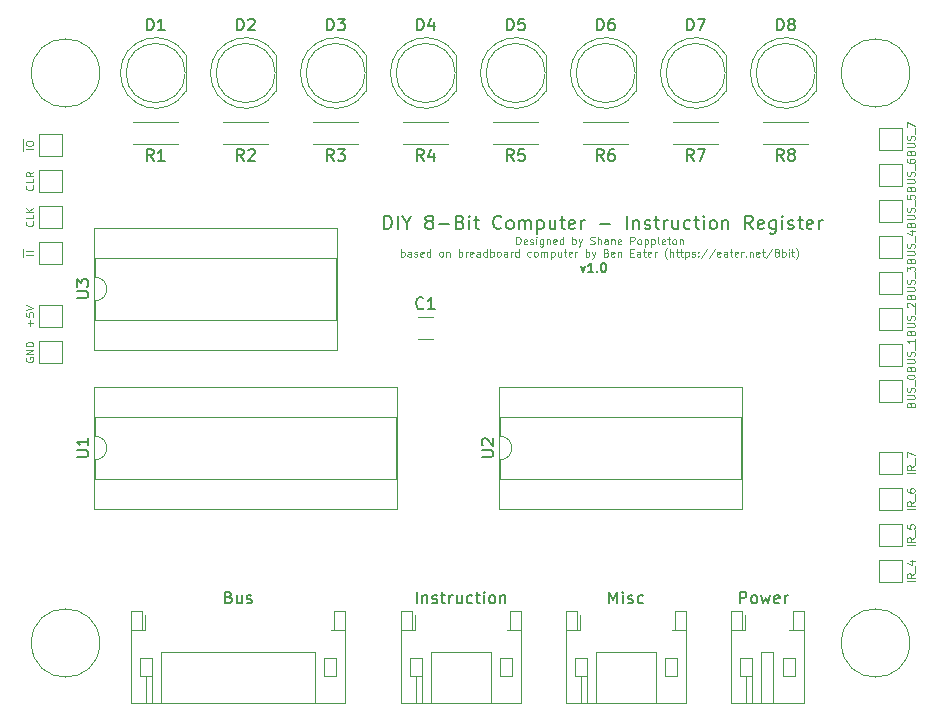
<source format=gbr>
G04 #@! TF.GenerationSoftware,KiCad,Pcbnew,(5.1.2-1)-1*
G04 #@! TF.CreationDate,2019-08-26T08:12:18+10:00*
G04 #@! TF.ProjectId,instruction-register,696e7374-7275-4637-9469-6f6e2d726567,rev?*
G04 #@! TF.SameCoordinates,Original*
G04 #@! TF.FileFunction,Legend,Top*
G04 #@! TF.FilePolarity,Positive*
%FSLAX46Y46*%
G04 Gerber Fmt 4.6, Leading zero omitted, Abs format (unit mm)*
G04 Created by KiCad (PCBNEW (5.1.2-1)-1) date 2019-08-26 08:12:18*
%MOMM*%
%LPD*%
G04 APERTURE LIST*
%ADD10C,0.127000*%
%ADD11C,0.101600*%
%ADD12C,0.100000*%
%ADD13C,0.120000*%
%ADD14C,0.150000*%
G04 APERTURE END LIST*
D10*
X63935428Y-68416714D02*
X64116857Y-68924714D01*
X64298285Y-68416714D01*
X64987714Y-68924714D02*
X64552285Y-68924714D01*
X64770000Y-68924714D02*
X64770000Y-68162714D01*
X64697428Y-68271571D01*
X64624857Y-68344142D01*
X64552285Y-68380428D01*
X65314285Y-68852142D02*
X65350571Y-68888428D01*
X65314285Y-68924714D01*
X65278000Y-68888428D01*
X65314285Y-68852142D01*
X65314285Y-68924714D01*
X65822285Y-68162714D02*
X65894857Y-68162714D01*
X65967428Y-68199000D01*
X66003714Y-68235285D01*
X66040000Y-68307857D01*
X66076285Y-68453000D01*
X66076285Y-68634428D01*
X66040000Y-68779571D01*
X66003714Y-68852142D01*
X65967428Y-68888428D01*
X65894857Y-68924714D01*
X65822285Y-68924714D01*
X65749714Y-68888428D01*
X65713428Y-68852142D01*
X65677142Y-68779571D01*
X65640857Y-68634428D01*
X65640857Y-68453000D01*
X65677142Y-68307857D01*
X65713428Y-68235285D01*
X65749714Y-68199000D01*
X65822285Y-68162714D01*
D11*
X58486523Y-66562211D02*
X58486523Y-65927211D01*
X58637714Y-65927211D01*
X58728428Y-65957450D01*
X58788904Y-66017926D01*
X58819142Y-66078402D01*
X58849380Y-66199354D01*
X58849380Y-66290069D01*
X58819142Y-66411021D01*
X58788904Y-66471497D01*
X58728428Y-66531973D01*
X58637714Y-66562211D01*
X58486523Y-66562211D01*
X59363428Y-66531973D02*
X59302952Y-66562211D01*
X59181999Y-66562211D01*
X59121523Y-66531973D01*
X59091285Y-66471497D01*
X59091285Y-66229592D01*
X59121523Y-66169116D01*
X59181999Y-66138878D01*
X59302952Y-66138878D01*
X59363428Y-66169116D01*
X59393666Y-66229592D01*
X59393666Y-66290069D01*
X59091285Y-66350545D01*
X59635571Y-66531973D02*
X59696047Y-66562211D01*
X59816999Y-66562211D01*
X59877476Y-66531973D01*
X59907714Y-66471497D01*
X59907714Y-66441259D01*
X59877476Y-66380783D01*
X59816999Y-66350545D01*
X59726285Y-66350545D01*
X59665809Y-66320307D01*
X59635571Y-66259830D01*
X59635571Y-66229592D01*
X59665809Y-66169116D01*
X59726285Y-66138878D01*
X59816999Y-66138878D01*
X59877476Y-66169116D01*
X60179857Y-66562211D02*
X60179857Y-66138878D01*
X60179857Y-65927211D02*
X60149619Y-65957450D01*
X60179857Y-65987688D01*
X60210095Y-65957450D01*
X60179857Y-65927211D01*
X60179857Y-65987688D01*
X60754380Y-66138878D02*
X60754380Y-66652926D01*
X60724142Y-66713402D01*
X60693904Y-66743640D01*
X60633428Y-66773878D01*
X60542714Y-66773878D01*
X60482238Y-66743640D01*
X60754380Y-66531973D02*
X60693904Y-66562211D01*
X60572952Y-66562211D01*
X60512476Y-66531973D01*
X60482238Y-66501735D01*
X60451999Y-66441259D01*
X60451999Y-66259830D01*
X60482238Y-66199354D01*
X60512476Y-66169116D01*
X60572952Y-66138878D01*
X60693904Y-66138878D01*
X60754380Y-66169116D01*
X61056761Y-66138878D02*
X61056761Y-66562211D01*
X61056761Y-66199354D02*
X61086999Y-66169116D01*
X61147476Y-66138878D01*
X61238190Y-66138878D01*
X61298666Y-66169116D01*
X61328904Y-66229592D01*
X61328904Y-66562211D01*
X61873190Y-66531973D02*
X61812714Y-66562211D01*
X61691761Y-66562211D01*
X61631285Y-66531973D01*
X61601047Y-66471497D01*
X61601047Y-66229592D01*
X61631285Y-66169116D01*
X61691761Y-66138878D01*
X61812714Y-66138878D01*
X61873190Y-66169116D01*
X61903428Y-66229592D01*
X61903428Y-66290069D01*
X61601047Y-66350545D01*
X62447714Y-66562211D02*
X62447714Y-65927211D01*
X62447714Y-66531973D02*
X62387238Y-66562211D01*
X62266285Y-66562211D01*
X62205809Y-66531973D01*
X62175571Y-66501735D01*
X62145333Y-66441259D01*
X62145333Y-66259830D01*
X62175571Y-66199354D01*
X62205809Y-66169116D01*
X62266285Y-66138878D01*
X62387238Y-66138878D01*
X62447714Y-66169116D01*
X63233904Y-66562211D02*
X63233904Y-65927211D01*
X63233904Y-66169116D02*
X63294380Y-66138878D01*
X63415333Y-66138878D01*
X63475809Y-66169116D01*
X63506047Y-66199354D01*
X63536285Y-66259830D01*
X63536285Y-66441259D01*
X63506047Y-66501735D01*
X63475809Y-66531973D01*
X63415333Y-66562211D01*
X63294380Y-66562211D01*
X63233904Y-66531973D01*
X63747952Y-66138878D02*
X63899142Y-66562211D01*
X64050333Y-66138878D02*
X63899142Y-66562211D01*
X63838666Y-66713402D01*
X63808428Y-66743640D01*
X63747952Y-66773878D01*
X64745809Y-66531973D02*
X64836523Y-66562211D01*
X64987714Y-66562211D01*
X65048190Y-66531973D01*
X65078428Y-66501735D01*
X65108666Y-66441259D01*
X65108666Y-66380783D01*
X65078428Y-66320307D01*
X65048190Y-66290069D01*
X64987714Y-66259830D01*
X64866761Y-66229592D01*
X64806285Y-66199354D01*
X64776047Y-66169116D01*
X64745809Y-66108640D01*
X64745809Y-66048164D01*
X64776047Y-65987688D01*
X64806285Y-65957450D01*
X64866761Y-65927211D01*
X65017952Y-65927211D01*
X65108666Y-65957450D01*
X65380809Y-66562211D02*
X65380809Y-65927211D01*
X65652952Y-66562211D02*
X65652952Y-66229592D01*
X65622714Y-66169116D01*
X65562238Y-66138878D01*
X65471523Y-66138878D01*
X65411047Y-66169116D01*
X65380809Y-66199354D01*
X66227476Y-66562211D02*
X66227476Y-66229592D01*
X66197238Y-66169116D01*
X66136761Y-66138878D01*
X66015809Y-66138878D01*
X65955333Y-66169116D01*
X66227476Y-66531973D02*
X66166999Y-66562211D01*
X66015809Y-66562211D01*
X65955333Y-66531973D01*
X65925095Y-66471497D01*
X65925095Y-66411021D01*
X65955333Y-66350545D01*
X66015809Y-66320307D01*
X66166999Y-66320307D01*
X66227476Y-66290069D01*
X66529857Y-66138878D02*
X66529857Y-66562211D01*
X66529857Y-66199354D02*
X66560095Y-66169116D01*
X66620571Y-66138878D01*
X66711285Y-66138878D01*
X66771761Y-66169116D01*
X66802000Y-66229592D01*
X66802000Y-66562211D01*
X67346285Y-66531973D02*
X67285809Y-66562211D01*
X67164857Y-66562211D01*
X67104380Y-66531973D01*
X67074142Y-66471497D01*
X67074142Y-66229592D01*
X67104380Y-66169116D01*
X67164857Y-66138878D01*
X67285809Y-66138878D01*
X67346285Y-66169116D01*
X67376523Y-66229592D01*
X67376523Y-66290069D01*
X67074142Y-66350545D01*
X68132476Y-66562211D02*
X68132476Y-65927211D01*
X68374380Y-65927211D01*
X68434857Y-65957450D01*
X68465095Y-65987688D01*
X68495333Y-66048164D01*
X68495333Y-66138878D01*
X68465095Y-66199354D01*
X68434857Y-66229592D01*
X68374380Y-66259830D01*
X68132476Y-66259830D01*
X68858190Y-66562211D02*
X68797714Y-66531973D01*
X68767476Y-66501735D01*
X68737238Y-66441259D01*
X68737238Y-66259830D01*
X68767476Y-66199354D01*
X68797714Y-66169116D01*
X68858190Y-66138878D01*
X68948904Y-66138878D01*
X69009380Y-66169116D01*
X69039619Y-66199354D01*
X69069857Y-66259830D01*
X69069857Y-66441259D01*
X69039619Y-66501735D01*
X69009380Y-66531973D01*
X68948904Y-66562211D01*
X68858190Y-66562211D01*
X69342000Y-66138878D02*
X69342000Y-66773878D01*
X69342000Y-66169116D02*
X69402476Y-66138878D01*
X69523428Y-66138878D01*
X69583904Y-66169116D01*
X69614142Y-66199354D01*
X69644380Y-66259830D01*
X69644380Y-66441259D01*
X69614142Y-66501735D01*
X69583904Y-66531973D01*
X69523428Y-66562211D01*
X69402476Y-66562211D01*
X69342000Y-66531973D01*
X69916523Y-66138878D02*
X69916523Y-66773878D01*
X69916523Y-66169116D02*
X69977000Y-66138878D01*
X70097952Y-66138878D01*
X70158428Y-66169116D01*
X70188666Y-66199354D01*
X70218904Y-66259830D01*
X70218904Y-66441259D01*
X70188666Y-66501735D01*
X70158428Y-66531973D01*
X70097952Y-66562211D01*
X69977000Y-66562211D01*
X69916523Y-66531973D01*
X70581761Y-66562211D02*
X70521285Y-66531973D01*
X70491047Y-66471497D01*
X70491047Y-65927211D01*
X71065571Y-66531973D02*
X71005095Y-66562211D01*
X70884142Y-66562211D01*
X70823666Y-66531973D01*
X70793428Y-66471497D01*
X70793428Y-66229592D01*
X70823666Y-66169116D01*
X70884142Y-66138878D01*
X71005095Y-66138878D01*
X71065571Y-66169116D01*
X71095809Y-66229592D01*
X71095809Y-66290069D01*
X70793428Y-66350545D01*
X71277238Y-66138878D02*
X71519142Y-66138878D01*
X71367952Y-65927211D02*
X71367952Y-66471497D01*
X71398190Y-66531973D01*
X71458666Y-66562211D01*
X71519142Y-66562211D01*
X71821523Y-66562211D02*
X71761047Y-66531973D01*
X71730809Y-66501735D01*
X71700571Y-66441259D01*
X71700571Y-66259830D01*
X71730809Y-66199354D01*
X71761047Y-66169116D01*
X71821523Y-66138878D01*
X71912238Y-66138878D01*
X71972714Y-66169116D01*
X72002952Y-66199354D01*
X72033190Y-66259830D01*
X72033190Y-66441259D01*
X72002952Y-66501735D01*
X71972714Y-66531973D01*
X71912238Y-66562211D01*
X71821523Y-66562211D01*
X72305333Y-66138878D02*
X72305333Y-66562211D01*
X72305333Y-66199354D02*
X72335571Y-66169116D01*
X72396047Y-66138878D01*
X72486761Y-66138878D01*
X72547238Y-66169116D01*
X72577476Y-66229592D01*
X72577476Y-66562211D01*
X48719619Y-67616311D02*
X48719619Y-66981311D01*
X48719619Y-67223216D02*
X48780095Y-67192978D01*
X48901047Y-67192978D01*
X48961523Y-67223216D01*
X48991761Y-67253454D01*
X49022000Y-67313930D01*
X49022000Y-67495359D01*
X48991761Y-67555835D01*
X48961523Y-67586073D01*
X48901047Y-67616311D01*
X48780095Y-67616311D01*
X48719619Y-67586073D01*
X49566285Y-67616311D02*
X49566285Y-67283692D01*
X49536047Y-67223216D01*
X49475571Y-67192978D01*
X49354619Y-67192978D01*
X49294142Y-67223216D01*
X49566285Y-67586073D02*
X49505809Y-67616311D01*
X49354619Y-67616311D01*
X49294142Y-67586073D01*
X49263904Y-67525597D01*
X49263904Y-67465121D01*
X49294142Y-67404645D01*
X49354619Y-67374407D01*
X49505809Y-67374407D01*
X49566285Y-67344169D01*
X49838428Y-67586073D02*
X49898904Y-67616311D01*
X50019857Y-67616311D01*
X50080333Y-67586073D01*
X50110571Y-67525597D01*
X50110571Y-67495359D01*
X50080333Y-67434883D01*
X50019857Y-67404645D01*
X49929142Y-67404645D01*
X49868666Y-67374407D01*
X49838428Y-67313930D01*
X49838428Y-67283692D01*
X49868666Y-67223216D01*
X49929142Y-67192978D01*
X50019857Y-67192978D01*
X50080333Y-67223216D01*
X50624619Y-67586073D02*
X50564142Y-67616311D01*
X50443190Y-67616311D01*
X50382714Y-67586073D01*
X50352476Y-67525597D01*
X50352476Y-67283692D01*
X50382714Y-67223216D01*
X50443190Y-67192978D01*
X50564142Y-67192978D01*
X50624619Y-67223216D01*
X50654857Y-67283692D01*
X50654857Y-67344169D01*
X50352476Y-67404645D01*
X51199142Y-67616311D02*
X51199142Y-66981311D01*
X51199142Y-67586073D02*
X51138666Y-67616311D01*
X51017714Y-67616311D01*
X50957238Y-67586073D01*
X50927000Y-67555835D01*
X50896761Y-67495359D01*
X50896761Y-67313930D01*
X50927000Y-67253454D01*
X50957238Y-67223216D01*
X51017714Y-67192978D01*
X51138666Y-67192978D01*
X51199142Y-67223216D01*
X52076047Y-67616311D02*
X52015571Y-67586073D01*
X51985333Y-67555835D01*
X51955095Y-67495359D01*
X51955095Y-67313930D01*
X51985333Y-67253454D01*
X52015571Y-67223216D01*
X52076047Y-67192978D01*
X52166761Y-67192978D01*
X52227238Y-67223216D01*
X52257476Y-67253454D01*
X52287714Y-67313930D01*
X52287714Y-67495359D01*
X52257476Y-67555835D01*
X52227238Y-67586073D01*
X52166761Y-67616311D01*
X52076047Y-67616311D01*
X52559857Y-67192978D02*
X52559857Y-67616311D01*
X52559857Y-67253454D02*
X52590095Y-67223216D01*
X52650571Y-67192978D01*
X52741285Y-67192978D01*
X52801761Y-67223216D01*
X52832000Y-67283692D01*
X52832000Y-67616311D01*
X53618190Y-67616311D02*
X53618190Y-66981311D01*
X53618190Y-67223216D02*
X53678666Y-67192978D01*
X53799619Y-67192978D01*
X53860095Y-67223216D01*
X53890333Y-67253454D01*
X53920571Y-67313930D01*
X53920571Y-67495359D01*
X53890333Y-67555835D01*
X53860095Y-67586073D01*
X53799619Y-67616311D01*
X53678666Y-67616311D01*
X53618190Y-67586073D01*
X54192714Y-67616311D02*
X54192714Y-67192978D01*
X54192714Y-67313930D02*
X54222952Y-67253454D01*
X54253190Y-67223216D01*
X54313666Y-67192978D01*
X54374142Y-67192978D01*
X54827714Y-67586073D02*
X54767238Y-67616311D01*
X54646285Y-67616311D01*
X54585809Y-67586073D01*
X54555571Y-67525597D01*
X54555571Y-67283692D01*
X54585809Y-67223216D01*
X54646285Y-67192978D01*
X54767238Y-67192978D01*
X54827714Y-67223216D01*
X54857952Y-67283692D01*
X54857952Y-67344169D01*
X54555571Y-67404645D01*
X55402238Y-67616311D02*
X55402238Y-67283692D01*
X55372000Y-67223216D01*
X55311523Y-67192978D01*
X55190571Y-67192978D01*
X55130095Y-67223216D01*
X55402238Y-67586073D02*
X55341761Y-67616311D01*
X55190571Y-67616311D01*
X55130095Y-67586073D01*
X55099857Y-67525597D01*
X55099857Y-67465121D01*
X55130095Y-67404645D01*
X55190571Y-67374407D01*
X55341761Y-67374407D01*
X55402238Y-67344169D01*
X55976761Y-67616311D02*
X55976761Y-66981311D01*
X55976761Y-67586073D02*
X55916285Y-67616311D01*
X55795333Y-67616311D01*
X55734857Y-67586073D01*
X55704619Y-67555835D01*
X55674380Y-67495359D01*
X55674380Y-67313930D01*
X55704619Y-67253454D01*
X55734857Y-67223216D01*
X55795333Y-67192978D01*
X55916285Y-67192978D01*
X55976761Y-67223216D01*
X56279142Y-67616311D02*
X56279142Y-66981311D01*
X56279142Y-67223216D02*
X56339619Y-67192978D01*
X56460571Y-67192978D01*
X56521047Y-67223216D01*
X56551285Y-67253454D01*
X56581523Y-67313930D01*
X56581523Y-67495359D01*
X56551285Y-67555835D01*
X56521047Y-67586073D01*
X56460571Y-67616311D01*
X56339619Y-67616311D01*
X56279142Y-67586073D01*
X56944380Y-67616311D02*
X56883904Y-67586073D01*
X56853666Y-67555835D01*
X56823428Y-67495359D01*
X56823428Y-67313930D01*
X56853666Y-67253454D01*
X56883904Y-67223216D01*
X56944380Y-67192978D01*
X57035095Y-67192978D01*
X57095571Y-67223216D01*
X57125809Y-67253454D01*
X57156047Y-67313930D01*
X57156047Y-67495359D01*
X57125809Y-67555835D01*
X57095571Y-67586073D01*
X57035095Y-67616311D01*
X56944380Y-67616311D01*
X57700333Y-67616311D02*
X57700333Y-67283692D01*
X57670095Y-67223216D01*
X57609619Y-67192978D01*
X57488666Y-67192978D01*
X57428190Y-67223216D01*
X57700333Y-67586073D02*
X57639857Y-67616311D01*
X57488666Y-67616311D01*
X57428190Y-67586073D01*
X57397952Y-67525597D01*
X57397952Y-67465121D01*
X57428190Y-67404645D01*
X57488666Y-67374407D01*
X57639857Y-67374407D01*
X57700333Y-67344169D01*
X58002714Y-67616311D02*
X58002714Y-67192978D01*
X58002714Y-67313930D02*
X58032952Y-67253454D01*
X58063190Y-67223216D01*
X58123666Y-67192978D01*
X58184142Y-67192978D01*
X58667952Y-67616311D02*
X58667952Y-66981311D01*
X58667952Y-67586073D02*
X58607476Y-67616311D01*
X58486523Y-67616311D01*
X58426047Y-67586073D01*
X58395809Y-67555835D01*
X58365571Y-67495359D01*
X58365571Y-67313930D01*
X58395809Y-67253454D01*
X58426047Y-67223216D01*
X58486523Y-67192978D01*
X58607476Y-67192978D01*
X58667952Y-67223216D01*
X59726285Y-67586073D02*
X59665809Y-67616311D01*
X59544857Y-67616311D01*
X59484380Y-67586073D01*
X59454142Y-67555835D01*
X59423904Y-67495359D01*
X59423904Y-67313930D01*
X59454142Y-67253454D01*
X59484380Y-67223216D01*
X59544857Y-67192978D01*
X59665809Y-67192978D01*
X59726285Y-67223216D01*
X60089142Y-67616311D02*
X60028666Y-67586073D01*
X59998428Y-67555835D01*
X59968190Y-67495359D01*
X59968190Y-67313930D01*
X59998428Y-67253454D01*
X60028666Y-67223216D01*
X60089142Y-67192978D01*
X60179857Y-67192978D01*
X60240333Y-67223216D01*
X60270571Y-67253454D01*
X60300809Y-67313930D01*
X60300809Y-67495359D01*
X60270571Y-67555835D01*
X60240333Y-67586073D01*
X60179857Y-67616311D01*
X60089142Y-67616311D01*
X60572952Y-67616311D02*
X60572952Y-67192978D01*
X60572952Y-67253454D02*
X60603190Y-67223216D01*
X60663666Y-67192978D01*
X60754380Y-67192978D01*
X60814857Y-67223216D01*
X60845095Y-67283692D01*
X60845095Y-67616311D01*
X60845095Y-67283692D02*
X60875333Y-67223216D01*
X60935809Y-67192978D01*
X61026523Y-67192978D01*
X61087000Y-67223216D01*
X61117238Y-67283692D01*
X61117238Y-67616311D01*
X61419619Y-67192978D02*
X61419619Y-67827978D01*
X61419619Y-67223216D02*
X61480095Y-67192978D01*
X61601047Y-67192978D01*
X61661523Y-67223216D01*
X61691761Y-67253454D01*
X61722000Y-67313930D01*
X61722000Y-67495359D01*
X61691761Y-67555835D01*
X61661523Y-67586073D01*
X61601047Y-67616311D01*
X61480095Y-67616311D01*
X61419619Y-67586073D01*
X62266285Y-67192978D02*
X62266285Y-67616311D01*
X61994142Y-67192978D02*
X61994142Y-67525597D01*
X62024380Y-67586073D01*
X62084857Y-67616311D01*
X62175571Y-67616311D01*
X62236047Y-67586073D01*
X62266285Y-67555835D01*
X62477952Y-67192978D02*
X62719857Y-67192978D01*
X62568666Y-66981311D02*
X62568666Y-67525597D01*
X62598904Y-67586073D01*
X62659380Y-67616311D01*
X62719857Y-67616311D01*
X63173428Y-67586073D02*
X63112952Y-67616311D01*
X62992000Y-67616311D01*
X62931523Y-67586073D01*
X62901285Y-67525597D01*
X62901285Y-67283692D01*
X62931523Y-67223216D01*
X62992000Y-67192978D01*
X63112952Y-67192978D01*
X63173428Y-67223216D01*
X63203666Y-67283692D01*
X63203666Y-67344169D01*
X62901285Y-67404645D01*
X63475809Y-67616311D02*
X63475809Y-67192978D01*
X63475809Y-67313930D02*
X63506047Y-67253454D01*
X63536285Y-67223216D01*
X63596761Y-67192978D01*
X63657238Y-67192978D01*
X64352714Y-67616311D02*
X64352714Y-66981311D01*
X64352714Y-67223216D02*
X64413190Y-67192978D01*
X64534142Y-67192978D01*
X64594619Y-67223216D01*
X64624857Y-67253454D01*
X64655095Y-67313930D01*
X64655095Y-67495359D01*
X64624857Y-67555835D01*
X64594619Y-67586073D01*
X64534142Y-67616311D01*
X64413190Y-67616311D01*
X64352714Y-67586073D01*
X64866761Y-67192978D02*
X65017952Y-67616311D01*
X65169142Y-67192978D02*
X65017952Y-67616311D01*
X64957476Y-67767502D01*
X64927238Y-67797740D01*
X64866761Y-67827978D01*
X66106523Y-67283692D02*
X66197238Y-67313930D01*
X66227476Y-67344169D01*
X66257714Y-67404645D01*
X66257714Y-67495359D01*
X66227476Y-67555835D01*
X66197238Y-67586073D01*
X66136761Y-67616311D01*
X65894857Y-67616311D01*
X65894857Y-66981311D01*
X66106523Y-66981311D01*
X66167000Y-67011550D01*
X66197238Y-67041788D01*
X66227476Y-67102264D01*
X66227476Y-67162740D01*
X66197238Y-67223216D01*
X66167000Y-67253454D01*
X66106523Y-67283692D01*
X65894857Y-67283692D01*
X66771761Y-67586073D02*
X66711285Y-67616311D01*
X66590333Y-67616311D01*
X66529857Y-67586073D01*
X66499619Y-67525597D01*
X66499619Y-67283692D01*
X66529857Y-67223216D01*
X66590333Y-67192978D01*
X66711285Y-67192978D01*
X66771761Y-67223216D01*
X66802000Y-67283692D01*
X66802000Y-67344169D01*
X66499619Y-67404645D01*
X67074142Y-67192978D02*
X67074142Y-67616311D01*
X67074142Y-67253454D02*
X67104380Y-67223216D01*
X67164857Y-67192978D01*
X67255571Y-67192978D01*
X67316047Y-67223216D01*
X67346285Y-67283692D01*
X67346285Y-67616311D01*
X68132476Y-67283692D02*
X68344142Y-67283692D01*
X68434857Y-67616311D02*
X68132476Y-67616311D01*
X68132476Y-66981311D01*
X68434857Y-66981311D01*
X68979142Y-67616311D02*
X68979142Y-67283692D01*
X68948904Y-67223216D01*
X68888428Y-67192978D01*
X68767476Y-67192978D01*
X68707000Y-67223216D01*
X68979142Y-67586073D02*
X68918666Y-67616311D01*
X68767476Y-67616311D01*
X68707000Y-67586073D01*
X68676761Y-67525597D01*
X68676761Y-67465121D01*
X68707000Y-67404645D01*
X68767476Y-67374407D01*
X68918666Y-67374407D01*
X68979142Y-67344169D01*
X69190809Y-67192978D02*
X69432714Y-67192978D01*
X69281523Y-66981311D02*
X69281523Y-67525597D01*
X69311761Y-67586073D01*
X69372238Y-67616311D01*
X69432714Y-67616311D01*
X69886285Y-67586073D02*
X69825809Y-67616311D01*
X69704857Y-67616311D01*
X69644380Y-67586073D01*
X69614142Y-67525597D01*
X69614142Y-67283692D01*
X69644380Y-67223216D01*
X69704857Y-67192978D01*
X69825809Y-67192978D01*
X69886285Y-67223216D01*
X69916523Y-67283692D01*
X69916523Y-67344169D01*
X69614142Y-67404645D01*
X70188666Y-67616311D02*
X70188666Y-67192978D01*
X70188666Y-67313930D02*
X70218904Y-67253454D01*
X70249142Y-67223216D01*
X70309619Y-67192978D01*
X70370095Y-67192978D01*
X71247000Y-67858216D02*
X71216761Y-67827978D01*
X71156285Y-67737264D01*
X71126047Y-67676788D01*
X71095809Y-67586073D01*
X71065571Y-67434883D01*
X71065571Y-67313930D01*
X71095809Y-67162740D01*
X71126047Y-67072026D01*
X71156285Y-67011550D01*
X71216761Y-66920835D01*
X71247000Y-66890597D01*
X71488904Y-67616311D02*
X71488904Y-66981311D01*
X71761047Y-67616311D02*
X71761047Y-67283692D01*
X71730809Y-67223216D01*
X71670333Y-67192978D01*
X71579619Y-67192978D01*
X71519142Y-67223216D01*
X71488904Y-67253454D01*
X71972714Y-67192978D02*
X72214619Y-67192978D01*
X72063428Y-66981311D02*
X72063428Y-67525597D01*
X72093666Y-67586073D01*
X72154142Y-67616311D01*
X72214619Y-67616311D01*
X72335571Y-67192978D02*
X72577476Y-67192978D01*
X72426285Y-66981311D02*
X72426285Y-67525597D01*
X72456523Y-67586073D01*
X72517000Y-67616311D01*
X72577476Y-67616311D01*
X72789142Y-67192978D02*
X72789142Y-67827978D01*
X72789142Y-67223216D02*
X72849619Y-67192978D01*
X72970571Y-67192978D01*
X73031047Y-67223216D01*
X73061285Y-67253454D01*
X73091523Y-67313930D01*
X73091523Y-67495359D01*
X73061285Y-67555835D01*
X73031047Y-67586073D01*
X72970571Y-67616311D01*
X72849619Y-67616311D01*
X72789142Y-67586073D01*
X73333428Y-67586073D02*
X73393904Y-67616311D01*
X73514857Y-67616311D01*
X73575333Y-67586073D01*
X73605571Y-67525597D01*
X73605571Y-67495359D01*
X73575333Y-67434883D01*
X73514857Y-67404645D01*
X73424142Y-67404645D01*
X73363666Y-67374407D01*
X73333428Y-67313930D01*
X73333428Y-67283692D01*
X73363666Y-67223216D01*
X73424142Y-67192978D01*
X73514857Y-67192978D01*
X73575333Y-67223216D01*
X73877714Y-67555835D02*
X73907952Y-67586073D01*
X73877714Y-67616311D01*
X73847476Y-67586073D01*
X73877714Y-67555835D01*
X73877714Y-67616311D01*
X73877714Y-67223216D02*
X73907952Y-67253454D01*
X73877714Y-67283692D01*
X73847476Y-67253454D01*
X73877714Y-67223216D01*
X73877714Y-67283692D01*
X74633666Y-66951073D02*
X74089380Y-67767502D01*
X75298904Y-66951073D02*
X74754619Y-67767502D01*
X75752476Y-67586073D02*
X75692000Y-67616311D01*
X75571047Y-67616311D01*
X75510571Y-67586073D01*
X75480333Y-67525597D01*
X75480333Y-67283692D01*
X75510571Y-67223216D01*
X75571047Y-67192978D01*
X75692000Y-67192978D01*
X75752476Y-67223216D01*
X75782714Y-67283692D01*
X75782714Y-67344169D01*
X75480333Y-67404645D01*
X76327000Y-67616311D02*
X76327000Y-67283692D01*
X76296761Y-67223216D01*
X76236285Y-67192978D01*
X76115333Y-67192978D01*
X76054857Y-67223216D01*
X76327000Y-67586073D02*
X76266523Y-67616311D01*
X76115333Y-67616311D01*
X76054857Y-67586073D01*
X76024619Y-67525597D01*
X76024619Y-67465121D01*
X76054857Y-67404645D01*
X76115333Y-67374407D01*
X76266523Y-67374407D01*
X76327000Y-67344169D01*
X76538666Y-67192978D02*
X76780571Y-67192978D01*
X76629380Y-66981311D02*
X76629380Y-67525597D01*
X76659619Y-67586073D01*
X76720095Y-67616311D01*
X76780571Y-67616311D01*
X77234142Y-67586073D02*
X77173666Y-67616311D01*
X77052714Y-67616311D01*
X76992238Y-67586073D01*
X76962000Y-67525597D01*
X76962000Y-67283692D01*
X76992238Y-67223216D01*
X77052714Y-67192978D01*
X77173666Y-67192978D01*
X77234142Y-67223216D01*
X77264380Y-67283692D01*
X77264380Y-67344169D01*
X76962000Y-67404645D01*
X77536523Y-67616311D02*
X77536523Y-67192978D01*
X77536523Y-67313930D02*
X77566761Y-67253454D01*
X77597000Y-67223216D01*
X77657476Y-67192978D01*
X77717952Y-67192978D01*
X77929619Y-67555835D02*
X77959857Y-67586073D01*
X77929619Y-67616311D01*
X77899380Y-67586073D01*
X77929619Y-67555835D01*
X77929619Y-67616311D01*
X78232000Y-67192978D02*
X78232000Y-67616311D01*
X78232000Y-67253454D02*
X78262238Y-67223216D01*
X78322714Y-67192978D01*
X78413428Y-67192978D01*
X78473904Y-67223216D01*
X78504142Y-67283692D01*
X78504142Y-67616311D01*
X79048428Y-67586073D02*
X78987952Y-67616311D01*
X78867000Y-67616311D01*
X78806523Y-67586073D01*
X78776285Y-67525597D01*
X78776285Y-67283692D01*
X78806523Y-67223216D01*
X78867000Y-67192978D01*
X78987952Y-67192978D01*
X79048428Y-67223216D01*
X79078666Y-67283692D01*
X79078666Y-67344169D01*
X78776285Y-67404645D01*
X79260095Y-67192978D02*
X79502000Y-67192978D01*
X79350809Y-66981311D02*
X79350809Y-67525597D01*
X79381047Y-67586073D01*
X79441523Y-67616311D01*
X79502000Y-67616311D01*
X80167238Y-66951073D02*
X79622952Y-67767502D01*
X80469619Y-67253454D02*
X80409142Y-67223216D01*
X80378904Y-67192978D01*
X80348666Y-67132502D01*
X80348666Y-67102264D01*
X80378904Y-67041788D01*
X80409142Y-67011550D01*
X80469619Y-66981311D01*
X80590571Y-66981311D01*
X80651047Y-67011550D01*
X80681285Y-67041788D01*
X80711523Y-67102264D01*
X80711523Y-67132502D01*
X80681285Y-67192978D01*
X80651047Y-67223216D01*
X80590571Y-67253454D01*
X80469619Y-67253454D01*
X80409142Y-67283692D01*
X80378904Y-67313930D01*
X80348666Y-67374407D01*
X80348666Y-67495359D01*
X80378904Y-67555835D01*
X80409142Y-67586073D01*
X80469619Y-67616311D01*
X80590571Y-67616311D01*
X80651047Y-67586073D01*
X80681285Y-67555835D01*
X80711523Y-67495359D01*
X80711523Y-67374407D01*
X80681285Y-67313930D01*
X80651047Y-67283692D01*
X80590571Y-67253454D01*
X80983666Y-67616311D02*
X80983666Y-66981311D01*
X80983666Y-67223216D02*
X81044142Y-67192978D01*
X81165095Y-67192978D01*
X81225571Y-67223216D01*
X81255809Y-67253454D01*
X81286047Y-67313930D01*
X81286047Y-67495359D01*
X81255809Y-67555835D01*
X81225571Y-67586073D01*
X81165095Y-67616311D01*
X81044142Y-67616311D01*
X80983666Y-67586073D01*
X81558190Y-67616311D02*
X81558190Y-67192978D01*
X81558190Y-66981311D02*
X81527952Y-67011550D01*
X81558190Y-67041788D01*
X81588428Y-67011550D01*
X81558190Y-66981311D01*
X81558190Y-67041788D01*
X81769857Y-67192978D02*
X82011761Y-67192978D01*
X81860571Y-66981311D02*
X81860571Y-67525597D01*
X81890809Y-67586073D01*
X81951285Y-67616311D01*
X82011761Y-67616311D01*
X82162952Y-67858216D02*
X82193190Y-67827978D01*
X82253666Y-67737264D01*
X82283904Y-67676788D01*
X82314142Y-67586073D01*
X82344380Y-67434883D01*
X82344380Y-67313930D01*
X82314142Y-67162740D01*
X82283904Y-67072026D01*
X82253666Y-67011550D01*
X82193190Y-66920835D01*
X82162952Y-66890597D01*
D10*
X47307499Y-65287071D02*
X47307499Y-64144071D01*
X47579642Y-64144071D01*
X47742928Y-64198500D01*
X47851785Y-64307357D01*
X47906214Y-64416214D01*
X47960642Y-64633928D01*
X47960642Y-64797214D01*
X47906214Y-65014928D01*
X47851785Y-65123785D01*
X47742928Y-65232642D01*
X47579642Y-65287071D01*
X47307499Y-65287071D01*
X48450499Y-65287071D02*
X48450499Y-64144071D01*
X49212499Y-64742785D02*
X49212499Y-65287071D01*
X48831499Y-64144071D02*
X49212499Y-64742785D01*
X49593499Y-64144071D01*
X51008642Y-64633928D02*
X50899785Y-64579500D01*
X50845357Y-64525071D01*
X50790928Y-64416214D01*
X50790928Y-64361785D01*
X50845357Y-64252928D01*
X50899785Y-64198500D01*
X51008642Y-64144071D01*
X51226357Y-64144071D01*
X51335214Y-64198500D01*
X51389642Y-64252928D01*
X51444071Y-64361785D01*
X51444071Y-64416214D01*
X51389642Y-64525071D01*
X51335214Y-64579500D01*
X51226357Y-64633928D01*
X51008642Y-64633928D01*
X50899785Y-64688357D01*
X50845357Y-64742785D01*
X50790928Y-64851642D01*
X50790928Y-65069357D01*
X50845357Y-65178214D01*
X50899785Y-65232642D01*
X51008642Y-65287071D01*
X51226357Y-65287071D01*
X51335214Y-65232642D01*
X51389642Y-65178214D01*
X51444071Y-65069357D01*
X51444071Y-64851642D01*
X51389642Y-64742785D01*
X51335214Y-64688357D01*
X51226357Y-64633928D01*
X51933928Y-64851642D02*
X52804785Y-64851642D01*
X53730071Y-64688357D02*
X53893357Y-64742785D01*
X53947785Y-64797214D01*
X54002214Y-64906071D01*
X54002214Y-65069357D01*
X53947785Y-65178214D01*
X53893357Y-65232642D01*
X53784499Y-65287071D01*
X53349071Y-65287071D01*
X53349071Y-64144071D01*
X53730071Y-64144071D01*
X53838928Y-64198500D01*
X53893357Y-64252928D01*
X53947785Y-64361785D01*
X53947785Y-64470642D01*
X53893357Y-64579500D01*
X53838928Y-64633928D01*
X53730071Y-64688357D01*
X53349071Y-64688357D01*
X54492071Y-65287071D02*
X54492071Y-64525071D01*
X54492071Y-64144071D02*
X54437642Y-64198500D01*
X54492071Y-64252928D01*
X54546499Y-64198500D01*
X54492071Y-64144071D01*
X54492071Y-64252928D01*
X54873071Y-64525071D02*
X55308499Y-64525071D01*
X55036357Y-64144071D02*
X55036357Y-65123785D01*
X55090785Y-65232642D01*
X55199642Y-65287071D01*
X55308499Y-65287071D01*
X57213499Y-65178214D02*
X57159071Y-65232642D01*
X56995785Y-65287071D01*
X56886928Y-65287071D01*
X56723642Y-65232642D01*
X56614785Y-65123785D01*
X56560357Y-65014928D01*
X56505928Y-64797214D01*
X56505928Y-64633928D01*
X56560357Y-64416214D01*
X56614785Y-64307357D01*
X56723642Y-64198500D01*
X56886928Y-64144071D01*
X56995785Y-64144071D01*
X57159071Y-64198500D01*
X57213499Y-64252928D01*
X57866642Y-65287071D02*
X57757785Y-65232642D01*
X57703357Y-65178214D01*
X57648928Y-65069357D01*
X57648928Y-64742785D01*
X57703357Y-64633928D01*
X57757785Y-64579500D01*
X57866642Y-64525071D01*
X58029928Y-64525071D01*
X58138785Y-64579500D01*
X58193214Y-64633928D01*
X58247642Y-64742785D01*
X58247642Y-65069357D01*
X58193214Y-65178214D01*
X58138785Y-65232642D01*
X58029928Y-65287071D01*
X57866642Y-65287071D01*
X58737499Y-65287071D02*
X58737499Y-64525071D01*
X58737499Y-64633928D02*
X58791928Y-64579500D01*
X58900785Y-64525071D01*
X59064071Y-64525071D01*
X59172928Y-64579500D01*
X59227357Y-64688357D01*
X59227357Y-65287071D01*
X59227357Y-64688357D02*
X59281785Y-64579500D01*
X59390642Y-64525071D01*
X59553928Y-64525071D01*
X59662785Y-64579500D01*
X59717214Y-64688357D01*
X59717214Y-65287071D01*
X60261499Y-64525071D02*
X60261499Y-65668071D01*
X60261499Y-64579500D02*
X60370357Y-64525071D01*
X60588071Y-64525071D01*
X60696928Y-64579500D01*
X60751357Y-64633928D01*
X60805785Y-64742785D01*
X60805785Y-65069357D01*
X60751357Y-65178214D01*
X60696928Y-65232642D01*
X60588071Y-65287071D01*
X60370357Y-65287071D01*
X60261499Y-65232642D01*
X61785499Y-64525071D02*
X61785499Y-65287071D01*
X61295642Y-64525071D02*
X61295642Y-65123785D01*
X61350071Y-65232642D01*
X61458928Y-65287071D01*
X61622214Y-65287071D01*
X61731071Y-65232642D01*
X61785499Y-65178214D01*
X62166499Y-64525071D02*
X62601928Y-64525071D01*
X62329785Y-64144071D02*
X62329785Y-65123785D01*
X62384214Y-65232642D01*
X62493071Y-65287071D01*
X62601928Y-65287071D01*
X63418357Y-65232642D02*
X63309499Y-65287071D01*
X63091785Y-65287071D01*
X62982928Y-65232642D01*
X62928499Y-65123785D01*
X62928499Y-64688357D01*
X62982928Y-64579500D01*
X63091785Y-64525071D01*
X63309499Y-64525071D01*
X63418357Y-64579500D01*
X63472785Y-64688357D01*
X63472785Y-64797214D01*
X62928499Y-64906071D01*
X63962642Y-65287071D02*
X63962642Y-64525071D01*
X63962642Y-64742785D02*
X64017071Y-64633928D01*
X64071499Y-64579500D01*
X64180357Y-64525071D01*
X64289214Y-64525071D01*
X65541071Y-64851642D02*
X66411928Y-64851642D01*
X67827071Y-65287071D02*
X67827071Y-64144071D01*
X68371357Y-64525071D02*
X68371357Y-65287071D01*
X68371357Y-64633928D02*
X68425785Y-64579500D01*
X68534642Y-64525071D01*
X68697928Y-64525071D01*
X68806785Y-64579500D01*
X68861214Y-64688357D01*
X68861214Y-65287071D01*
X69351071Y-65232642D02*
X69459928Y-65287071D01*
X69677642Y-65287071D01*
X69786499Y-65232642D01*
X69840928Y-65123785D01*
X69840928Y-65069357D01*
X69786499Y-64960500D01*
X69677642Y-64906071D01*
X69514357Y-64906071D01*
X69405499Y-64851642D01*
X69351071Y-64742785D01*
X69351071Y-64688357D01*
X69405499Y-64579500D01*
X69514357Y-64525071D01*
X69677642Y-64525071D01*
X69786499Y-64579500D01*
X70167499Y-64525071D02*
X70602928Y-64525071D01*
X70330785Y-64144071D02*
X70330785Y-65123785D01*
X70385214Y-65232642D01*
X70494071Y-65287071D01*
X70602928Y-65287071D01*
X70983928Y-65287071D02*
X70983928Y-64525071D01*
X70983928Y-64742785D02*
X71038357Y-64633928D01*
X71092785Y-64579500D01*
X71201642Y-64525071D01*
X71310499Y-64525071D01*
X72181357Y-64525071D02*
X72181357Y-65287071D01*
X71691499Y-64525071D02*
X71691499Y-65123785D01*
X71745928Y-65232642D01*
X71854785Y-65287071D01*
X72018071Y-65287071D01*
X72126928Y-65232642D01*
X72181357Y-65178214D01*
X73215499Y-65232642D02*
X73106642Y-65287071D01*
X72888928Y-65287071D01*
X72780071Y-65232642D01*
X72725642Y-65178214D01*
X72671214Y-65069357D01*
X72671214Y-64742785D01*
X72725642Y-64633928D01*
X72780071Y-64579500D01*
X72888928Y-64525071D01*
X73106642Y-64525071D01*
X73215499Y-64579500D01*
X73542071Y-64525071D02*
X73977499Y-64525071D01*
X73705357Y-64144071D02*
X73705357Y-65123785D01*
X73759785Y-65232642D01*
X73868642Y-65287071D01*
X73977499Y-65287071D01*
X74358500Y-65287071D02*
X74358500Y-64525071D01*
X74358500Y-64144071D02*
X74304071Y-64198500D01*
X74358500Y-64252928D01*
X74412928Y-64198500D01*
X74358500Y-64144071D01*
X74358500Y-64252928D01*
X75066071Y-65287071D02*
X74957214Y-65232642D01*
X74902785Y-65178214D01*
X74848357Y-65069357D01*
X74848357Y-64742785D01*
X74902785Y-64633928D01*
X74957214Y-64579500D01*
X75066071Y-64525071D01*
X75229357Y-64525071D01*
X75338214Y-64579500D01*
X75392642Y-64633928D01*
X75447071Y-64742785D01*
X75447071Y-65069357D01*
X75392642Y-65178214D01*
X75338214Y-65232642D01*
X75229357Y-65287071D01*
X75066071Y-65287071D01*
X75936928Y-64525071D02*
X75936928Y-65287071D01*
X75936928Y-64633928D02*
X75991357Y-64579500D01*
X76100214Y-64525071D01*
X76263500Y-64525071D01*
X76372357Y-64579500D01*
X76426785Y-64688357D01*
X76426785Y-65287071D01*
X78495071Y-65287071D02*
X78114071Y-64742785D01*
X77841928Y-65287071D02*
X77841928Y-64144071D01*
X78277357Y-64144071D01*
X78386214Y-64198500D01*
X78440642Y-64252928D01*
X78495071Y-64361785D01*
X78495071Y-64525071D01*
X78440642Y-64633928D01*
X78386214Y-64688357D01*
X78277357Y-64742785D01*
X77841928Y-64742785D01*
X79420357Y-65232642D02*
X79311500Y-65287071D01*
X79093785Y-65287071D01*
X78984928Y-65232642D01*
X78930500Y-65123785D01*
X78930500Y-64688357D01*
X78984928Y-64579500D01*
X79093785Y-64525071D01*
X79311500Y-64525071D01*
X79420357Y-64579500D01*
X79474785Y-64688357D01*
X79474785Y-64797214D01*
X78930500Y-64906071D01*
X80454500Y-64525071D02*
X80454500Y-65450357D01*
X80400071Y-65559214D01*
X80345642Y-65613642D01*
X80236785Y-65668071D01*
X80073500Y-65668071D01*
X79964642Y-65613642D01*
X80454500Y-65232642D02*
X80345642Y-65287071D01*
X80127928Y-65287071D01*
X80019071Y-65232642D01*
X79964642Y-65178214D01*
X79910214Y-65069357D01*
X79910214Y-64742785D01*
X79964642Y-64633928D01*
X80019071Y-64579500D01*
X80127928Y-64525071D01*
X80345642Y-64525071D01*
X80454500Y-64579500D01*
X80998785Y-65287071D02*
X80998785Y-64525071D01*
X80998785Y-64144071D02*
X80944357Y-64198500D01*
X80998785Y-64252928D01*
X81053214Y-64198500D01*
X80998785Y-64144071D01*
X80998785Y-64252928D01*
X81488642Y-65232642D02*
X81597500Y-65287071D01*
X81815214Y-65287071D01*
X81924071Y-65232642D01*
X81978500Y-65123785D01*
X81978500Y-65069357D01*
X81924071Y-64960500D01*
X81815214Y-64906071D01*
X81651928Y-64906071D01*
X81543071Y-64851642D01*
X81488642Y-64742785D01*
X81488642Y-64688357D01*
X81543071Y-64579500D01*
X81651928Y-64525071D01*
X81815214Y-64525071D01*
X81924071Y-64579500D01*
X82305071Y-64525071D02*
X82740500Y-64525071D01*
X82468357Y-64144071D02*
X82468357Y-65123785D01*
X82522785Y-65232642D01*
X82631642Y-65287071D01*
X82740500Y-65287071D01*
X83556928Y-65232642D02*
X83448071Y-65287071D01*
X83230357Y-65287071D01*
X83121500Y-65232642D01*
X83067071Y-65123785D01*
X83067071Y-64688357D01*
X83121500Y-64579500D01*
X83230357Y-64525071D01*
X83448071Y-64525071D01*
X83556928Y-64579500D01*
X83611357Y-64688357D01*
X83611357Y-64797214D01*
X83067071Y-64906071D01*
X84101214Y-65287071D02*
X84101214Y-64525071D01*
X84101214Y-64742785D02*
X84155642Y-64633928D01*
X84210071Y-64579500D01*
X84318928Y-64525071D01*
X84427785Y-64525071D01*
D12*
X23210017Y-52070000D02*
G75*
G03X23210017Y-52070000I-2890017J0D01*
G01*
X91790017Y-52070000D02*
G75*
G03X91790017Y-52070000I-2890017J0D01*
G01*
X91790017Y-100330000D02*
G75*
G03X91790017Y-100330000I-2890017J0D01*
G01*
X23210017Y-100330000D02*
G75*
G03X23210017Y-100330000I-2890017J0D01*
G01*
D13*
X50151000Y-72740000D02*
X51409000Y-72740000D01*
X50151000Y-74580000D02*
X51409000Y-74580000D01*
X24950000Y-52069538D02*
G75*
G03X30500000Y-53614830I2990000J-462D01*
G01*
X24950000Y-52070462D02*
G75*
G02X30500000Y-50525170I2990000J462D01*
G01*
X30440000Y-52070000D02*
G75*
G03X30440000Y-52070000I-2500000J0D01*
G01*
X30500000Y-53615000D02*
X30500000Y-50525000D01*
X38120000Y-53615000D02*
X38120000Y-50525000D01*
X38060000Y-52070000D02*
G75*
G03X38060000Y-52070000I-2500000J0D01*
G01*
X32570000Y-52070462D02*
G75*
G02X38120000Y-50525170I2990000J462D01*
G01*
X32570000Y-52069538D02*
G75*
G03X38120000Y-53614830I2990000J-462D01*
G01*
X40190000Y-52069538D02*
G75*
G03X45740000Y-53614830I2990000J-462D01*
G01*
X40190000Y-52070462D02*
G75*
G02X45740000Y-50525170I2990000J462D01*
G01*
X45680000Y-52070000D02*
G75*
G03X45680000Y-52070000I-2500000J0D01*
G01*
X45740000Y-53615000D02*
X45740000Y-50525000D01*
X53360000Y-53615000D02*
X53360000Y-50525000D01*
X53300000Y-52070000D02*
G75*
G03X53300000Y-52070000I-2500000J0D01*
G01*
X47810000Y-52070462D02*
G75*
G02X53360000Y-50525170I2990000J462D01*
G01*
X47810000Y-52069538D02*
G75*
G03X53360000Y-53614830I2990000J-462D01*
G01*
X55430000Y-52069538D02*
G75*
G03X60980000Y-53614830I2990000J-462D01*
G01*
X55430000Y-52070462D02*
G75*
G02X60980000Y-50525170I2990000J462D01*
G01*
X60920000Y-52070000D02*
G75*
G03X60920000Y-52070000I-2500000J0D01*
G01*
X60980000Y-53615000D02*
X60980000Y-50525000D01*
X68600000Y-53615000D02*
X68600000Y-50525000D01*
X68540000Y-52070000D02*
G75*
G03X68540000Y-52070000I-2500000J0D01*
G01*
X63050000Y-52070462D02*
G75*
G02X68600000Y-50525170I2990000J462D01*
G01*
X63050000Y-52069538D02*
G75*
G03X68600000Y-53614830I2990000J-462D01*
G01*
X70670000Y-52069538D02*
G75*
G03X76220000Y-53614830I2990000J-462D01*
G01*
X70670000Y-52070462D02*
G75*
G02X76220000Y-50525170I2990000J462D01*
G01*
X76160000Y-52070000D02*
G75*
G03X76160000Y-52070000I-2500000J0D01*
G01*
X76220000Y-53615000D02*
X76220000Y-50525000D01*
X83840000Y-53615000D02*
X83840000Y-50525000D01*
X83780000Y-52070000D02*
G75*
G03X83780000Y-52070000I-2500000J0D01*
G01*
X78290000Y-52070462D02*
G75*
G02X83840000Y-50525170I2990000J462D01*
G01*
X78290000Y-52069538D02*
G75*
G03X83840000Y-53614830I2990000J-462D01*
G01*
X27080000Y-99200000D02*
X26800000Y-99200000D01*
X26800000Y-99200000D02*
X26800000Y-97600000D01*
X26800000Y-97600000D02*
X25880000Y-97600000D01*
X25880000Y-97600000D02*
X25880000Y-105420000D01*
X25880000Y-105420000D02*
X44000000Y-105420000D01*
X44000000Y-105420000D02*
X44000000Y-97600000D01*
X44000000Y-97600000D02*
X43080000Y-97600000D01*
X43080000Y-97600000D02*
X43080000Y-99200000D01*
X43080000Y-99200000D02*
X42800000Y-99200000D01*
X28440000Y-105420000D02*
X28440000Y-101060000D01*
X28440000Y-101060000D02*
X41440000Y-101060000D01*
X41440000Y-101060000D02*
X41440000Y-105420000D01*
X25880000Y-99200000D02*
X26800000Y-99200000D01*
X44000000Y-99200000D02*
X43080000Y-99200000D01*
X26640000Y-101560000D02*
X26640000Y-103160000D01*
X26640000Y-103160000D02*
X27640000Y-103160000D01*
X27640000Y-103160000D02*
X27640000Y-101560000D01*
X27640000Y-101560000D02*
X26640000Y-101560000D01*
X43240000Y-101560000D02*
X43240000Y-103160000D01*
X43240000Y-103160000D02*
X42240000Y-103160000D01*
X42240000Y-103160000D02*
X42240000Y-101560000D01*
X42240000Y-101560000D02*
X43240000Y-101560000D01*
X27640000Y-103160000D02*
X27640000Y-105420000D01*
X27140000Y-103160000D02*
X27140000Y-105420000D01*
X27080000Y-99200000D02*
X27080000Y-97985000D01*
X49940000Y-99200000D02*
X49660000Y-99200000D01*
X49660000Y-99200000D02*
X49660000Y-97600000D01*
X49660000Y-97600000D02*
X48740000Y-97600000D01*
X48740000Y-97600000D02*
X48740000Y-105420000D01*
X48740000Y-105420000D02*
X58860000Y-105420000D01*
X58860000Y-105420000D02*
X58860000Y-97600000D01*
X58860000Y-97600000D02*
X57940000Y-97600000D01*
X57940000Y-97600000D02*
X57940000Y-99200000D01*
X57940000Y-99200000D02*
X57660000Y-99200000D01*
X51300000Y-105420000D02*
X51300000Y-101060000D01*
X51300000Y-101060000D02*
X56300000Y-101060000D01*
X56300000Y-101060000D02*
X56300000Y-105420000D01*
X48740000Y-99200000D02*
X49660000Y-99200000D01*
X58860000Y-99200000D02*
X57940000Y-99200000D01*
X49500000Y-101560000D02*
X49500000Y-103160000D01*
X49500000Y-103160000D02*
X50500000Y-103160000D01*
X50500000Y-103160000D02*
X50500000Y-101560000D01*
X50500000Y-101560000D02*
X49500000Y-101560000D01*
X58100000Y-101560000D02*
X58100000Y-103160000D01*
X58100000Y-103160000D02*
X57100000Y-103160000D01*
X57100000Y-103160000D02*
X57100000Y-101560000D01*
X57100000Y-101560000D02*
X58100000Y-101560000D01*
X50500000Y-103160000D02*
X50500000Y-105420000D01*
X50000000Y-103160000D02*
X50000000Y-105420000D01*
X49940000Y-99200000D02*
X49940000Y-97985000D01*
X63910000Y-99200000D02*
X63910000Y-97985000D01*
X63970000Y-103160000D02*
X63970000Y-105420000D01*
X64470000Y-103160000D02*
X64470000Y-105420000D01*
X71070000Y-101560000D02*
X72070000Y-101560000D01*
X71070000Y-103160000D02*
X71070000Y-101560000D01*
X72070000Y-103160000D02*
X71070000Y-103160000D01*
X72070000Y-101560000D02*
X72070000Y-103160000D01*
X64470000Y-101560000D02*
X63470000Y-101560000D01*
X64470000Y-103160000D02*
X64470000Y-101560000D01*
X63470000Y-103160000D02*
X64470000Y-103160000D01*
X63470000Y-101560000D02*
X63470000Y-103160000D01*
X72830000Y-99200000D02*
X71910000Y-99200000D01*
X62710000Y-99200000D02*
X63630000Y-99200000D01*
X70270000Y-101060000D02*
X70270000Y-105420000D01*
X65270000Y-101060000D02*
X70270000Y-101060000D01*
X65270000Y-105420000D02*
X65270000Y-101060000D01*
X71910000Y-99200000D02*
X71630000Y-99200000D01*
X71910000Y-97600000D02*
X71910000Y-99200000D01*
X72830000Y-97600000D02*
X71910000Y-97600000D01*
X72830000Y-105420000D02*
X72830000Y-97600000D01*
X62710000Y-105420000D02*
X72830000Y-105420000D01*
X62710000Y-97600000D02*
X62710000Y-105420000D01*
X63630000Y-97600000D02*
X62710000Y-97600000D01*
X63630000Y-99200000D02*
X63630000Y-97600000D01*
X63910000Y-99200000D02*
X63630000Y-99200000D01*
X77880000Y-99200000D02*
X77600000Y-99200000D01*
X77600000Y-99200000D02*
X77600000Y-97600000D01*
X77600000Y-97600000D02*
X76680000Y-97600000D01*
X76680000Y-97600000D02*
X76680000Y-105420000D01*
X76680000Y-105420000D02*
X82800000Y-105420000D01*
X82800000Y-105420000D02*
X82800000Y-97600000D01*
X82800000Y-97600000D02*
X81880000Y-97600000D01*
X81880000Y-97600000D02*
X81880000Y-99200000D01*
X81880000Y-99200000D02*
X81600000Y-99200000D01*
X79240000Y-105420000D02*
X79240000Y-101060000D01*
X79240000Y-101060000D02*
X80240000Y-101060000D01*
X80240000Y-101060000D02*
X80240000Y-105420000D01*
X76680000Y-99200000D02*
X77600000Y-99200000D01*
X82800000Y-99200000D02*
X81880000Y-99200000D01*
X77440000Y-101560000D02*
X77440000Y-103160000D01*
X77440000Y-103160000D02*
X78440000Y-103160000D01*
X78440000Y-103160000D02*
X78440000Y-101560000D01*
X78440000Y-101560000D02*
X77440000Y-101560000D01*
X82040000Y-101560000D02*
X82040000Y-103160000D01*
X82040000Y-103160000D02*
X81040000Y-103160000D01*
X81040000Y-103160000D02*
X81040000Y-101560000D01*
X81040000Y-101560000D02*
X82040000Y-101560000D01*
X78440000Y-103160000D02*
X78440000Y-105420000D01*
X77940000Y-103160000D02*
X77940000Y-105420000D01*
X77880000Y-99200000D02*
X77880000Y-97985000D01*
X29860000Y-58070000D02*
X26020000Y-58070000D01*
X29860000Y-56230000D02*
X26020000Y-56230000D01*
X37480000Y-56230000D02*
X33640000Y-56230000D01*
X37480000Y-58070000D02*
X33640000Y-58070000D01*
X45100000Y-58070000D02*
X41260000Y-58070000D01*
X45100000Y-56230000D02*
X41260000Y-56230000D01*
X52720000Y-56230000D02*
X48880000Y-56230000D01*
X52720000Y-58070000D02*
X48880000Y-58070000D01*
X60340000Y-58070000D02*
X56500000Y-58070000D01*
X60340000Y-56230000D02*
X56500000Y-56230000D01*
X67960000Y-56230000D02*
X64120000Y-56230000D01*
X67960000Y-58070000D02*
X64120000Y-58070000D01*
X75580000Y-58070000D02*
X71740000Y-58070000D01*
X75580000Y-56230000D02*
X71740000Y-56230000D01*
X83200000Y-56230000D02*
X79360000Y-56230000D01*
X83200000Y-58070000D02*
X79360000Y-58070000D01*
X22800000Y-82820000D02*
G75*
G02X22800000Y-84820000I0J-1000000D01*
G01*
X22800000Y-84820000D02*
X22800000Y-86470000D01*
X22800000Y-86470000D02*
X48320000Y-86470000D01*
X48320000Y-86470000D02*
X48320000Y-81170000D01*
X48320000Y-81170000D02*
X22800000Y-81170000D01*
X22800000Y-81170000D02*
X22800000Y-82820000D01*
X22740000Y-88960000D02*
X48380000Y-88960000D01*
X48380000Y-88960000D02*
X48380000Y-78680000D01*
X48380000Y-78680000D02*
X22740000Y-78680000D01*
X22740000Y-78680000D02*
X22740000Y-88960000D01*
X57090000Y-82820000D02*
G75*
G02X57090000Y-84820000I0J-1000000D01*
G01*
X57090000Y-84820000D02*
X57090000Y-86470000D01*
X57090000Y-86470000D02*
X77530000Y-86470000D01*
X77530000Y-86470000D02*
X77530000Y-81170000D01*
X77530000Y-81170000D02*
X57090000Y-81170000D01*
X57090000Y-81170000D02*
X57090000Y-82820000D01*
X57030000Y-88960000D02*
X77590000Y-88960000D01*
X77590000Y-88960000D02*
X77590000Y-78680000D01*
X77590000Y-78680000D02*
X57030000Y-78680000D01*
X57030000Y-78680000D02*
X57030000Y-88960000D01*
X22740000Y-65218000D02*
X22740000Y-75498000D01*
X43300000Y-65218000D02*
X22740000Y-65218000D01*
X43300000Y-75498000D02*
X43300000Y-65218000D01*
X22740000Y-75498000D02*
X43300000Y-75498000D01*
X22800000Y-67708000D02*
X22800000Y-69358000D01*
X43240000Y-67708000D02*
X22800000Y-67708000D01*
X43240000Y-73008000D02*
X43240000Y-67708000D01*
X22800000Y-73008000D02*
X43240000Y-73008000D01*
X22800000Y-71358000D02*
X22800000Y-73008000D01*
X22800000Y-69358000D02*
G75*
G02X22800000Y-71358000I0J-1000000D01*
G01*
X91120000Y-58608000D02*
X89220000Y-58608000D01*
X91120000Y-56708000D02*
X91120000Y-58608000D01*
X89220000Y-56708000D02*
X91120000Y-56708000D01*
X89220000Y-58608000D02*
X89220000Y-56708000D01*
X89220000Y-61656000D02*
X89220000Y-59756000D01*
X89220000Y-59756000D02*
X91120000Y-59756000D01*
X91120000Y-59756000D02*
X91120000Y-61656000D01*
X91120000Y-61656000D02*
X89220000Y-61656000D01*
X91120000Y-64704000D02*
X89220000Y-64704000D01*
X91120000Y-62804000D02*
X91120000Y-64704000D01*
X89220000Y-62804000D02*
X91120000Y-62804000D01*
X89220000Y-64704000D02*
X89220000Y-62804000D01*
X89220000Y-67752000D02*
X89220000Y-65852000D01*
X89220000Y-65852000D02*
X91120000Y-65852000D01*
X91120000Y-65852000D02*
X91120000Y-67752000D01*
X91120000Y-67752000D02*
X89220000Y-67752000D01*
X91120000Y-70800000D02*
X89220000Y-70800000D01*
X91120000Y-68900000D02*
X91120000Y-70800000D01*
X89220000Y-68900000D02*
X91120000Y-68900000D01*
X89220000Y-70800000D02*
X89220000Y-68900000D01*
X89220000Y-73848000D02*
X89220000Y-71948000D01*
X89220000Y-71948000D02*
X91120000Y-71948000D01*
X91120000Y-71948000D02*
X91120000Y-73848000D01*
X91120000Y-73848000D02*
X89220000Y-73848000D01*
X91120000Y-76896000D02*
X89220000Y-76896000D01*
X91120000Y-74996000D02*
X91120000Y-76896000D01*
X89220000Y-74996000D02*
X91120000Y-74996000D01*
X89220000Y-76896000D02*
X89220000Y-74996000D01*
X89220000Y-79944000D02*
X89220000Y-78044000D01*
X89220000Y-78044000D02*
X91120000Y-78044000D01*
X91120000Y-78044000D02*
X91120000Y-79944000D01*
X91120000Y-79944000D02*
X89220000Y-79944000D01*
X91120000Y-95184000D02*
X89220000Y-95184000D01*
X91120000Y-93284000D02*
X91120000Y-95184000D01*
X89220000Y-93284000D02*
X91120000Y-93284000D01*
X89220000Y-95184000D02*
X89220000Y-93284000D01*
X89220000Y-92136000D02*
X89220000Y-90236000D01*
X89220000Y-90236000D02*
X91120000Y-90236000D01*
X91120000Y-90236000D02*
X91120000Y-92136000D01*
X91120000Y-92136000D02*
X89220000Y-92136000D01*
X91120000Y-89088000D02*
X89220000Y-89088000D01*
X91120000Y-87188000D02*
X91120000Y-89088000D01*
X89220000Y-87188000D02*
X91120000Y-87188000D01*
X89220000Y-89088000D02*
X89220000Y-87188000D01*
X89220000Y-86040000D02*
X89220000Y-84140000D01*
X89220000Y-84140000D02*
X91120000Y-84140000D01*
X91120000Y-84140000D02*
X91120000Y-86040000D01*
X91120000Y-86040000D02*
X89220000Y-86040000D01*
X20000000Y-57216000D02*
X20000000Y-59116000D01*
X20000000Y-59116000D02*
X18100000Y-59116000D01*
X18100000Y-59116000D02*
X18100000Y-57216000D01*
X18100000Y-57216000D02*
X20000000Y-57216000D01*
X20000000Y-60264000D02*
X20000000Y-62164000D01*
X20000000Y-62164000D02*
X18100000Y-62164000D01*
X18100000Y-62164000D02*
X18100000Y-60264000D01*
X18100000Y-60264000D02*
X20000000Y-60264000D01*
X18100000Y-63312000D02*
X20000000Y-63312000D01*
X18100000Y-65212000D02*
X18100000Y-63312000D01*
X20000000Y-65212000D02*
X18100000Y-65212000D01*
X20000000Y-63312000D02*
X20000000Y-65212000D01*
X18100000Y-66360000D02*
X20000000Y-66360000D01*
X18100000Y-68260000D02*
X18100000Y-66360000D01*
X20000000Y-68260000D02*
X18100000Y-68260000D01*
X20000000Y-66360000D02*
X20000000Y-68260000D01*
X18100000Y-71694000D02*
X20000000Y-71694000D01*
X18100000Y-73594000D02*
X18100000Y-71694000D01*
X20000000Y-73594000D02*
X18100000Y-73594000D01*
X20000000Y-71694000D02*
X20000000Y-73594000D01*
X20000000Y-74742000D02*
X20000000Y-76642000D01*
X20000000Y-76642000D02*
X18100000Y-76642000D01*
X18100000Y-76642000D02*
X18100000Y-74742000D01*
X18100000Y-74742000D02*
X20000000Y-74742000D01*
D14*
X50613333Y-71967142D02*
X50565714Y-72014761D01*
X50422857Y-72062380D01*
X50327619Y-72062380D01*
X50184761Y-72014761D01*
X50089523Y-71919523D01*
X50041904Y-71824285D01*
X49994285Y-71633809D01*
X49994285Y-71490952D01*
X50041904Y-71300476D01*
X50089523Y-71205238D01*
X50184761Y-71110000D01*
X50327619Y-71062380D01*
X50422857Y-71062380D01*
X50565714Y-71110000D01*
X50613333Y-71157619D01*
X51565714Y-72062380D02*
X50994285Y-72062380D01*
X51280000Y-72062380D02*
X51280000Y-71062380D01*
X51184761Y-71205238D01*
X51089523Y-71300476D01*
X50994285Y-71348095D01*
X27201904Y-48458380D02*
X27201904Y-47458380D01*
X27440000Y-47458380D01*
X27582857Y-47506000D01*
X27678095Y-47601238D01*
X27725714Y-47696476D01*
X27773333Y-47886952D01*
X27773333Y-48029809D01*
X27725714Y-48220285D01*
X27678095Y-48315523D01*
X27582857Y-48410761D01*
X27440000Y-48458380D01*
X27201904Y-48458380D01*
X28725714Y-48458380D02*
X28154285Y-48458380D01*
X28440000Y-48458380D02*
X28440000Y-47458380D01*
X28344761Y-47601238D01*
X28249523Y-47696476D01*
X28154285Y-47744095D01*
X34821904Y-48458380D02*
X34821904Y-47458380D01*
X35060000Y-47458380D01*
X35202857Y-47506000D01*
X35298095Y-47601238D01*
X35345714Y-47696476D01*
X35393333Y-47886952D01*
X35393333Y-48029809D01*
X35345714Y-48220285D01*
X35298095Y-48315523D01*
X35202857Y-48410761D01*
X35060000Y-48458380D01*
X34821904Y-48458380D01*
X35774285Y-47553619D02*
X35821904Y-47506000D01*
X35917142Y-47458380D01*
X36155238Y-47458380D01*
X36250476Y-47506000D01*
X36298095Y-47553619D01*
X36345714Y-47648857D01*
X36345714Y-47744095D01*
X36298095Y-47886952D01*
X35726666Y-48458380D01*
X36345714Y-48458380D01*
X42441904Y-48458380D02*
X42441904Y-47458380D01*
X42680000Y-47458380D01*
X42822857Y-47506000D01*
X42918095Y-47601238D01*
X42965714Y-47696476D01*
X43013333Y-47886952D01*
X43013333Y-48029809D01*
X42965714Y-48220285D01*
X42918095Y-48315523D01*
X42822857Y-48410761D01*
X42680000Y-48458380D01*
X42441904Y-48458380D01*
X43346666Y-47458380D02*
X43965714Y-47458380D01*
X43632380Y-47839333D01*
X43775238Y-47839333D01*
X43870476Y-47886952D01*
X43918095Y-47934571D01*
X43965714Y-48029809D01*
X43965714Y-48267904D01*
X43918095Y-48363142D01*
X43870476Y-48410761D01*
X43775238Y-48458380D01*
X43489523Y-48458380D01*
X43394285Y-48410761D01*
X43346666Y-48363142D01*
X50061904Y-48458380D02*
X50061904Y-47458380D01*
X50300000Y-47458380D01*
X50442857Y-47506000D01*
X50538095Y-47601238D01*
X50585714Y-47696476D01*
X50633333Y-47886952D01*
X50633333Y-48029809D01*
X50585714Y-48220285D01*
X50538095Y-48315523D01*
X50442857Y-48410761D01*
X50300000Y-48458380D01*
X50061904Y-48458380D01*
X51490476Y-47791714D02*
X51490476Y-48458380D01*
X51252380Y-47410761D02*
X51014285Y-48125047D01*
X51633333Y-48125047D01*
X57681904Y-48458380D02*
X57681904Y-47458380D01*
X57920000Y-47458380D01*
X58062857Y-47506000D01*
X58158095Y-47601238D01*
X58205714Y-47696476D01*
X58253333Y-47886952D01*
X58253333Y-48029809D01*
X58205714Y-48220285D01*
X58158095Y-48315523D01*
X58062857Y-48410761D01*
X57920000Y-48458380D01*
X57681904Y-48458380D01*
X59158095Y-47458380D02*
X58681904Y-47458380D01*
X58634285Y-47934571D01*
X58681904Y-47886952D01*
X58777142Y-47839333D01*
X59015238Y-47839333D01*
X59110476Y-47886952D01*
X59158095Y-47934571D01*
X59205714Y-48029809D01*
X59205714Y-48267904D01*
X59158095Y-48363142D01*
X59110476Y-48410761D01*
X59015238Y-48458380D01*
X58777142Y-48458380D01*
X58681904Y-48410761D01*
X58634285Y-48363142D01*
X65301904Y-48458380D02*
X65301904Y-47458380D01*
X65540000Y-47458380D01*
X65682857Y-47506000D01*
X65778095Y-47601238D01*
X65825714Y-47696476D01*
X65873333Y-47886952D01*
X65873333Y-48029809D01*
X65825714Y-48220285D01*
X65778095Y-48315523D01*
X65682857Y-48410761D01*
X65540000Y-48458380D01*
X65301904Y-48458380D01*
X66730476Y-47458380D02*
X66540000Y-47458380D01*
X66444761Y-47506000D01*
X66397142Y-47553619D01*
X66301904Y-47696476D01*
X66254285Y-47886952D01*
X66254285Y-48267904D01*
X66301904Y-48363142D01*
X66349523Y-48410761D01*
X66444761Y-48458380D01*
X66635238Y-48458380D01*
X66730476Y-48410761D01*
X66778095Y-48363142D01*
X66825714Y-48267904D01*
X66825714Y-48029809D01*
X66778095Y-47934571D01*
X66730476Y-47886952D01*
X66635238Y-47839333D01*
X66444761Y-47839333D01*
X66349523Y-47886952D01*
X66301904Y-47934571D01*
X66254285Y-48029809D01*
X72921904Y-48458380D02*
X72921904Y-47458380D01*
X73160000Y-47458380D01*
X73302857Y-47506000D01*
X73398095Y-47601238D01*
X73445714Y-47696476D01*
X73493333Y-47886952D01*
X73493333Y-48029809D01*
X73445714Y-48220285D01*
X73398095Y-48315523D01*
X73302857Y-48410761D01*
X73160000Y-48458380D01*
X72921904Y-48458380D01*
X73826666Y-47458380D02*
X74493333Y-47458380D01*
X74064761Y-48458380D01*
X80541904Y-48458380D02*
X80541904Y-47458380D01*
X80780000Y-47458380D01*
X80922857Y-47506000D01*
X81018095Y-47601238D01*
X81065714Y-47696476D01*
X81113333Y-47886952D01*
X81113333Y-48029809D01*
X81065714Y-48220285D01*
X81018095Y-48315523D01*
X80922857Y-48410761D01*
X80780000Y-48458380D01*
X80541904Y-48458380D01*
X81684761Y-47886952D02*
X81589523Y-47839333D01*
X81541904Y-47791714D01*
X81494285Y-47696476D01*
X81494285Y-47648857D01*
X81541904Y-47553619D01*
X81589523Y-47506000D01*
X81684761Y-47458380D01*
X81875238Y-47458380D01*
X81970476Y-47506000D01*
X82018095Y-47553619D01*
X82065714Y-47648857D01*
X82065714Y-47696476D01*
X82018095Y-47791714D01*
X81970476Y-47839333D01*
X81875238Y-47886952D01*
X81684761Y-47886952D01*
X81589523Y-47934571D01*
X81541904Y-47982190D01*
X81494285Y-48077428D01*
X81494285Y-48267904D01*
X81541904Y-48363142D01*
X81589523Y-48410761D01*
X81684761Y-48458380D01*
X81875238Y-48458380D01*
X81970476Y-48410761D01*
X82018095Y-48363142D01*
X82065714Y-48267904D01*
X82065714Y-48077428D01*
X82018095Y-47982190D01*
X81970476Y-47934571D01*
X81875238Y-47886952D01*
X34139285Y-96448571D02*
X34282142Y-96496190D01*
X34329761Y-96543809D01*
X34377380Y-96639047D01*
X34377380Y-96781904D01*
X34329761Y-96877142D01*
X34282142Y-96924761D01*
X34186904Y-96972380D01*
X33805952Y-96972380D01*
X33805952Y-95972380D01*
X34139285Y-95972380D01*
X34234523Y-96020000D01*
X34282142Y-96067619D01*
X34329761Y-96162857D01*
X34329761Y-96258095D01*
X34282142Y-96353333D01*
X34234523Y-96400952D01*
X34139285Y-96448571D01*
X33805952Y-96448571D01*
X35234523Y-96305714D02*
X35234523Y-96972380D01*
X34805952Y-96305714D02*
X34805952Y-96829523D01*
X34853571Y-96924761D01*
X34948809Y-96972380D01*
X35091666Y-96972380D01*
X35186904Y-96924761D01*
X35234523Y-96877142D01*
X35663095Y-96924761D02*
X35758333Y-96972380D01*
X35948809Y-96972380D01*
X36044047Y-96924761D01*
X36091666Y-96829523D01*
X36091666Y-96781904D01*
X36044047Y-96686666D01*
X35948809Y-96639047D01*
X35805952Y-96639047D01*
X35710714Y-96591428D01*
X35663095Y-96496190D01*
X35663095Y-96448571D01*
X35710714Y-96353333D01*
X35805952Y-96305714D01*
X35948809Y-96305714D01*
X36044047Y-96353333D01*
X50038095Y-96972380D02*
X50038095Y-95972380D01*
X50514285Y-96305714D02*
X50514285Y-96972380D01*
X50514285Y-96400952D02*
X50561904Y-96353333D01*
X50657142Y-96305714D01*
X50800000Y-96305714D01*
X50895238Y-96353333D01*
X50942857Y-96448571D01*
X50942857Y-96972380D01*
X51371428Y-96924761D02*
X51466666Y-96972380D01*
X51657142Y-96972380D01*
X51752380Y-96924761D01*
X51800000Y-96829523D01*
X51800000Y-96781904D01*
X51752380Y-96686666D01*
X51657142Y-96639047D01*
X51514285Y-96639047D01*
X51419047Y-96591428D01*
X51371428Y-96496190D01*
X51371428Y-96448571D01*
X51419047Y-96353333D01*
X51514285Y-96305714D01*
X51657142Y-96305714D01*
X51752380Y-96353333D01*
X52085714Y-96305714D02*
X52466666Y-96305714D01*
X52228571Y-95972380D02*
X52228571Y-96829523D01*
X52276190Y-96924761D01*
X52371428Y-96972380D01*
X52466666Y-96972380D01*
X52800000Y-96972380D02*
X52800000Y-96305714D01*
X52800000Y-96496190D02*
X52847619Y-96400952D01*
X52895238Y-96353333D01*
X52990476Y-96305714D01*
X53085714Y-96305714D01*
X53847619Y-96305714D02*
X53847619Y-96972380D01*
X53419047Y-96305714D02*
X53419047Y-96829523D01*
X53466666Y-96924761D01*
X53561904Y-96972380D01*
X53704761Y-96972380D01*
X53800000Y-96924761D01*
X53847619Y-96877142D01*
X54752380Y-96924761D02*
X54657142Y-96972380D01*
X54466666Y-96972380D01*
X54371428Y-96924761D01*
X54323809Y-96877142D01*
X54276190Y-96781904D01*
X54276190Y-96496190D01*
X54323809Y-96400952D01*
X54371428Y-96353333D01*
X54466666Y-96305714D01*
X54657142Y-96305714D01*
X54752380Y-96353333D01*
X55038095Y-96305714D02*
X55419047Y-96305714D01*
X55180952Y-95972380D02*
X55180952Y-96829523D01*
X55228571Y-96924761D01*
X55323809Y-96972380D01*
X55419047Y-96972380D01*
X55752380Y-96972380D02*
X55752380Y-96305714D01*
X55752380Y-95972380D02*
X55704761Y-96020000D01*
X55752380Y-96067619D01*
X55800000Y-96020000D01*
X55752380Y-95972380D01*
X55752380Y-96067619D01*
X56371428Y-96972380D02*
X56276190Y-96924761D01*
X56228571Y-96877142D01*
X56180952Y-96781904D01*
X56180952Y-96496190D01*
X56228571Y-96400952D01*
X56276190Y-96353333D01*
X56371428Y-96305714D01*
X56514285Y-96305714D01*
X56609523Y-96353333D01*
X56657142Y-96400952D01*
X56704761Y-96496190D01*
X56704761Y-96781904D01*
X56657142Y-96877142D01*
X56609523Y-96924761D01*
X56514285Y-96972380D01*
X56371428Y-96972380D01*
X57133333Y-96305714D02*
X57133333Y-96972380D01*
X57133333Y-96400952D02*
X57180952Y-96353333D01*
X57276190Y-96305714D01*
X57419047Y-96305714D01*
X57514285Y-96353333D01*
X57561904Y-96448571D01*
X57561904Y-96972380D01*
X66365238Y-96972380D02*
X66365238Y-95972380D01*
X66698571Y-96686666D01*
X67031904Y-95972380D01*
X67031904Y-96972380D01*
X67508095Y-96972380D02*
X67508095Y-96305714D01*
X67508095Y-95972380D02*
X67460476Y-96020000D01*
X67508095Y-96067619D01*
X67555714Y-96020000D01*
X67508095Y-95972380D01*
X67508095Y-96067619D01*
X67936666Y-96924761D02*
X68031904Y-96972380D01*
X68222380Y-96972380D01*
X68317619Y-96924761D01*
X68365238Y-96829523D01*
X68365238Y-96781904D01*
X68317619Y-96686666D01*
X68222380Y-96639047D01*
X68079523Y-96639047D01*
X67984285Y-96591428D01*
X67936666Y-96496190D01*
X67936666Y-96448571D01*
X67984285Y-96353333D01*
X68079523Y-96305714D01*
X68222380Y-96305714D01*
X68317619Y-96353333D01*
X69222380Y-96924761D02*
X69127142Y-96972380D01*
X68936666Y-96972380D01*
X68841428Y-96924761D01*
X68793809Y-96877142D01*
X68746190Y-96781904D01*
X68746190Y-96496190D01*
X68793809Y-96400952D01*
X68841428Y-96353333D01*
X68936666Y-96305714D01*
X69127142Y-96305714D01*
X69222380Y-96353333D01*
X77398809Y-96972380D02*
X77398809Y-95972380D01*
X77779761Y-95972380D01*
X77875000Y-96020000D01*
X77922619Y-96067619D01*
X77970238Y-96162857D01*
X77970238Y-96305714D01*
X77922619Y-96400952D01*
X77875000Y-96448571D01*
X77779761Y-96496190D01*
X77398809Y-96496190D01*
X78541666Y-96972380D02*
X78446428Y-96924761D01*
X78398809Y-96877142D01*
X78351190Y-96781904D01*
X78351190Y-96496190D01*
X78398809Y-96400952D01*
X78446428Y-96353333D01*
X78541666Y-96305714D01*
X78684523Y-96305714D01*
X78779761Y-96353333D01*
X78827380Y-96400952D01*
X78875000Y-96496190D01*
X78875000Y-96781904D01*
X78827380Y-96877142D01*
X78779761Y-96924761D01*
X78684523Y-96972380D01*
X78541666Y-96972380D01*
X79208333Y-96305714D02*
X79398809Y-96972380D01*
X79589285Y-96496190D01*
X79779761Y-96972380D01*
X79970238Y-96305714D01*
X80732142Y-96924761D02*
X80636904Y-96972380D01*
X80446428Y-96972380D01*
X80351190Y-96924761D01*
X80303571Y-96829523D01*
X80303571Y-96448571D01*
X80351190Y-96353333D01*
X80446428Y-96305714D01*
X80636904Y-96305714D01*
X80732142Y-96353333D01*
X80779761Y-96448571D01*
X80779761Y-96543809D01*
X80303571Y-96639047D01*
X81208333Y-96972380D02*
X81208333Y-96305714D01*
X81208333Y-96496190D02*
X81255952Y-96400952D01*
X81303571Y-96353333D01*
X81398809Y-96305714D01*
X81494047Y-96305714D01*
X27773333Y-59522380D02*
X27440000Y-59046190D01*
X27201904Y-59522380D02*
X27201904Y-58522380D01*
X27582857Y-58522380D01*
X27678095Y-58570000D01*
X27725714Y-58617619D01*
X27773333Y-58712857D01*
X27773333Y-58855714D01*
X27725714Y-58950952D01*
X27678095Y-58998571D01*
X27582857Y-59046190D01*
X27201904Y-59046190D01*
X28725714Y-59522380D02*
X28154285Y-59522380D01*
X28440000Y-59522380D02*
X28440000Y-58522380D01*
X28344761Y-58665238D01*
X28249523Y-58760476D01*
X28154285Y-58808095D01*
X35393333Y-59522380D02*
X35060000Y-59046190D01*
X34821904Y-59522380D02*
X34821904Y-58522380D01*
X35202857Y-58522380D01*
X35298095Y-58570000D01*
X35345714Y-58617619D01*
X35393333Y-58712857D01*
X35393333Y-58855714D01*
X35345714Y-58950952D01*
X35298095Y-58998571D01*
X35202857Y-59046190D01*
X34821904Y-59046190D01*
X35774285Y-58617619D02*
X35821904Y-58570000D01*
X35917142Y-58522380D01*
X36155238Y-58522380D01*
X36250476Y-58570000D01*
X36298095Y-58617619D01*
X36345714Y-58712857D01*
X36345714Y-58808095D01*
X36298095Y-58950952D01*
X35726666Y-59522380D01*
X36345714Y-59522380D01*
X43013333Y-59522380D02*
X42680000Y-59046190D01*
X42441904Y-59522380D02*
X42441904Y-58522380D01*
X42822857Y-58522380D01*
X42918095Y-58570000D01*
X42965714Y-58617619D01*
X43013333Y-58712857D01*
X43013333Y-58855714D01*
X42965714Y-58950952D01*
X42918095Y-58998571D01*
X42822857Y-59046190D01*
X42441904Y-59046190D01*
X43346666Y-58522380D02*
X43965714Y-58522380D01*
X43632380Y-58903333D01*
X43775238Y-58903333D01*
X43870476Y-58950952D01*
X43918095Y-58998571D01*
X43965714Y-59093809D01*
X43965714Y-59331904D01*
X43918095Y-59427142D01*
X43870476Y-59474761D01*
X43775238Y-59522380D01*
X43489523Y-59522380D01*
X43394285Y-59474761D01*
X43346666Y-59427142D01*
X50633333Y-59522380D02*
X50300000Y-59046190D01*
X50061904Y-59522380D02*
X50061904Y-58522380D01*
X50442857Y-58522380D01*
X50538095Y-58570000D01*
X50585714Y-58617619D01*
X50633333Y-58712857D01*
X50633333Y-58855714D01*
X50585714Y-58950952D01*
X50538095Y-58998571D01*
X50442857Y-59046190D01*
X50061904Y-59046190D01*
X51490476Y-58855714D02*
X51490476Y-59522380D01*
X51252380Y-58474761D02*
X51014285Y-59189047D01*
X51633333Y-59189047D01*
X58253333Y-59522380D02*
X57920000Y-59046190D01*
X57681904Y-59522380D02*
X57681904Y-58522380D01*
X58062857Y-58522380D01*
X58158095Y-58570000D01*
X58205714Y-58617619D01*
X58253333Y-58712857D01*
X58253333Y-58855714D01*
X58205714Y-58950952D01*
X58158095Y-58998571D01*
X58062857Y-59046190D01*
X57681904Y-59046190D01*
X59158095Y-58522380D02*
X58681904Y-58522380D01*
X58634285Y-58998571D01*
X58681904Y-58950952D01*
X58777142Y-58903333D01*
X59015238Y-58903333D01*
X59110476Y-58950952D01*
X59158095Y-58998571D01*
X59205714Y-59093809D01*
X59205714Y-59331904D01*
X59158095Y-59427142D01*
X59110476Y-59474761D01*
X59015238Y-59522380D01*
X58777142Y-59522380D01*
X58681904Y-59474761D01*
X58634285Y-59427142D01*
X65873333Y-59522380D02*
X65540000Y-59046190D01*
X65301904Y-59522380D02*
X65301904Y-58522380D01*
X65682857Y-58522380D01*
X65778095Y-58570000D01*
X65825714Y-58617619D01*
X65873333Y-58712857D01*
X65873333Y-58855714D01*
X65825714Y-58950952D01*
X65778095Y-58998571D01*
X65682857Y-59046190D01*
X65301904Y-59046190D01*
X66730476Y-58522380D02*
X66540000Y-58522380D01*
X66444761Y-58570000D01*
X66397142Y-58617619D01*
X66301904Y-58760476D01*
X66254285Y-58950952D01*
X66254285Y-59331904D01*
X66301904Y-59427142D01*
X66349523Y-59474761D01*
X66444761Y-59522380D01*
X66635238Y-59522380D01*
X66730476Y-59474761D01*
X66778095Y-59427142D01*
X66825714Y-59331904D01*
X66825714Y-59093809D01*
X66778095Y-58998571D01*
X66730476Y-58950952D01*
X66635238Y-58903333D01*
X66444761Y-58903333D01*
X66349523Y-58950952D01*
X66301904Y-58998571D01*
X66254285Y-59093809D01*
X73493333Y-59522380D02*
X73160000Y-59046190D01*
X72921904Y-59522380D02*
X72921904Y-58522380D01*
X73302857Y-58522380D01*
X73398095Y-58570000D01*
X73445714Y-58617619D01*
X73493333Y-58712857D01*
X73493333Y-58855714D01*
X73445714Y-58950952D01*
X73398095Y-58998571D01*
X73302857Y-59046190D01*
X72921904Y-59046190D01*
X73826666Y-58522380D02*
X74493333Y-58522380D01*
X74064761Y-59522380D01*
X81113333Y-59522380D02*
X80780000Y-59046190D01*
X80541904Y-59522380D02*
X80541904Y-58522380D01*
X80922857Y-58522380D01*
X81018095Y-58570000D01*
X81065714Y-58617619D01*
X81113333Y-58712857D01*
X81113333Y-58855714D01*
X81065714Y-58950952D01*
X81018095Y-58998571D01*
X80922857Y-59046190D01*
X80541904Y-59046190D01*
X81684761Y-58950952D02*
X81589523Y-58903333D01*
X81541904Y-58855714D01*
X81494285Y-58760476D01*
X81494285Y-58712857D01*
X81541904Y-58617619D01*
X81589523Y-58570000D01*
X81684761Y-58522380D01*
X81875238Y-58522380D01*
X81970476Y-58570000D01*
X82018095Y-58617619D01*
X82065714Y-58712857D01*
X82065714Y-58760476D01*
X82018095Y-58855714D01*
X81970476Y-58903333D01*
X81875238Y-58950952D01*
X81684761Y-58950952D01*
X81589523Y-58998571D01*
X81541904Y-59046190D01*
X81494285Y-59141428D01*
X81494285Y-59331904D01*
X81541904Y-59427142D01*
X81589523Y-59474761D01*
X81684761Y-59522380D01*
X81875238Y-59522380D01*
X81970476Y-59474761D01*
X82018095Y-59427142D01*
X82065714Y-59331904D01*
X82065714Y-59141428D01*
X82018095Y-59046190D01*
X81970476Y-58998571D01*
X81875238Y-58950952D01*
X21252380Y-84581904D02*
X22061904Y-84581904D01*
X22157142Y-84534285D01*
X22204761Y-84486666D01*
X22252380Y-84391428D01*
X22252380Y-84200952D01*
X22204761Y-84105714D01*
X22157142Y-84058095D01*
X22061904Y-84010476D01*
X21252380Y-84010476D01*
X22252380Y-83010476D02*
X22252380Y-83581904D01*
X22252380Y-83296190D02*
X21252380Y-83296190D01*
X21395238Y-83391428D01*
X21490476Y-83486666D01*
X21538095Y-83581904D01*
X55542380Y-84581904D02*
X56351904Y-84581904D01*
X56447142Y-84534285D01*
X56494761Y-84486666D01*
X56542380Y-84391428D01*
X56542380Y-84200952D01*
X56494761Y-84105714D01*
X56447142Y-84058095D01*
X56351904Y-84010476D01*
X55542380Y-84010476D01*
X55637619Y-83581904D02*
X55590000Y-83534285D01*
X55542380Y-83439047D01*
X55542380Y-83200952D01*
X55590000Y-83105714D01*
X55637619Y-83058095D01*
X55732857Y-83010476D01*
X55828095Y-83010476D01*
X55970952Y-83058095D01*
X56542380Y-83629523D01*
X56542380Y-83010476D01*
X21252380Y-71119904D02*
X22061904Y-71119904D01*
X22157142Y-71072285D01*
X22204761Y-71024666D01*
X22252380Y-70929428D01*
X22252380Y-70738952D01*
X22204761Y-70643714D01*
X22157142Y-70596095D01*
X22061904Y-70548476D01*
X21252380Y-70548476D01*
X21252380Y-70167523D02*
X21252380Y-69548476D01*
X21633333Y-69881809D01*
X21633333Y-69738952D01*
X21680952Y-69643714D01*
X21728571Y-69596095D01*
X21823809Y-69548476D01*
X22061904Y-69548476D01*
X22157142Y-69596095D01*
X22204761Y-69643714D01*
X22252380Y-69738952D01*
X22252380Y-70024666D01*
X22204761Y-70119904D01*
X22157142Y-70167523D01*
D11*
X91874642Y-58791928D02*
X91904880Y-58701214D01*
X91935119Y-58670976D01*
X91995595Y-58640738D01*
X92086309Y-58640738D01*
X92146785Y-58670976D01*
X92177023Y-58701214D01*
X92207261Y-58761690D01*
X92207261Y-59003595D01*
X91572261Y-59003595D01*
X91572261Y-58791928D01*
X91602500Y-58731452D01*
X91632738Y-58701214D01*
X91693214Y-58670976D01*
X91753690Y-58670976D01*
X91814166Y-58701214D01*
X91844404Y-58731452D01*
X91874642Y-58791928D01*
X91874642Y-59003595D01*
X91572261Y-58368595D02*
X92086309Y-58368595D01*
X92146785Y-58338357D01*
X92177023Y-58308119D01*
X92207261Y-58247642D01*
X92207261Y-58126690D01*
X92177023Y-58066214D01*
X92146785Y-58035976D01*
X92086309Y-58005738D01*
X91572261Y-58005738D01*
X92177023Y-57733595D02*
X92207261Y-57642880D01*
X92207261Y-57491690D01*
X92177023Y-57431214D01*
X92146785Y-57400976D01*
X92086309Y-57370738D01*
X92025833Y-57370738D01*
X91965357Y-57400976D01*
X91935119Y-57431214D01*
X91904880Y-57491690D01*
X91874642Y-57612642D01*
X91844404Y-57673119D01*
X91814166Y-57703357D01*
X91753690Y-57733595D01*
X91693214Y-57733595D01*
X91632738Y-57703357D01*
X91602500Y-57673119D01*
X91572261Y-57612642D01*
X91572261Y-57461452D01*
X91602500Y-57370738D01*
X92267738Y-57249785D02*
X92267738Y-56765976D01*
X91572261Y-56675261D02*
X91572261Y-56251928D01*
X92207261Y-56524071D01*
X91874642Y-61839928D02*
X91904880Y-61749214D01*
X91935119Y-61718976D01*
X91995595Y-61688738D01*
X92086309Y-61688738D01*
X92146785Y-61718976D01*
X92177023Y-61749214D01*
X92207261Y-61809690D01*
X92207261Y-62051595D01*
X91572261Y-62051595D01*
X91572261Y-61839928D01*
X91602500Y-61779452D01*
X91632738Y-61749214D01*
X91693214Y-61718976D01*
X91753690Y-61718976D01*
X91814166Y-61749214D01*
X91844404Y-61779452D01*
X91874642Y-61839928D01*
X91874642Y-62051595D01*
X91572261Y-61416595D02*
X92086309Y-61416595D01*
X92146785Y-61386357D01*
X92177023Y-61356119D01*
X92207261Y-61295642D01*
X92207261Y-61174690D01*
X92177023Y-61114214D01*
X92146785Y-61083976D01*
X92086309Y-61053738D01*
X91572261Y-61053738D01*
X92177023Y-60781595D02*
X92207261Y-60690880D01*
X92207261Y-60539690D01*
X92177023Y-60479214D01*
X92146785Y-60448976D01*
X92086309Y-60418738D01*
X92025833Y-60418738D01*
X91965357Y-60448976D01*
X91935119Y-60479214D01*
X91904880Y-60539690D01*
X91874642Y-60660642D01*
X91844404Y-60721119D01*
X91814166Y-60751357D01*
X91753690Y-60781595D01*
X91693214Y-60781595D01*
X91632738Y-60751357D01*
X91602500Y-60721119D01*
X91572261Y-60660642D01*
X91572261Y-60509452D01*
X91602500Y-60418738D01*
X92267738Y-60297785D02*
X92267738Y-59813976D01*
X91572261Y-59390642D02*
X91572261Y-59511595D01*
X91602500Y-59572071D01*
X91632738Y-59602309D01*
X91723452Y-59662785D01*
X91844404Y-59693023D01*
X92086309Y-59693023D01*
X92146785Y-59662785D01*
X92177023Y-59632547D01*
X92207261Y-59572071D01*
X92207261Y-59451119D01*
X92177023Y-59390642D01*
X92146785Y-59360404D01*
X92086309Y-59330166D01*
X91935119Y-59330166D01*
X91874642Y-59360404D01*
X91844404Y-59390642D01*
X91814166Y-59451119D01*
X91814166Y-59572071D01*
X91844404Y-59632547D01*
X91874642Y-59662785D01*
X91935119Y-59693023D01*
X91874642Y-64887928D02*
X91904880Y-64797214D01*
X91935119Y-64766976D01*
X91995595Y-64736738D01*
X92086309Y-64736738D01*
X92146785Y-64766976D01*
X92177023Y-64797214D01*
X92207261Y-64857690D01*
X92207261Y-65099595D01*
X91572261Y-65099595D01*
X91572261Y-64887928D01*
X91602500Y-64827452D01*
X91632738Y-64797214D01*
X91693214Y-64766976D01*
X91753690Y-64766976D01*
X91814166Y-64797214D01*
X91844404Y-64827452D01*
X91874642Y-64887928D01*
X91874642Y-65099595D01*
X91572261Y-64464595D02*
X92086309Y-64464595D01*
X92146785Y-64434357D01*
X92177023Y-64404119D01*
X92207261Y-64343642D01*
X92207261Y-64222690D01*
X92177023Y-64162214D01*
X92146785Y-64131976D01*
X92086309Y-64101738D01*
X91572261Y-64101738D01*
X92177023Y-63829595D02*
X92207261Y-63738880D01*
X92207261Y-63587690D01*
X92177023Y-63527214D01*
X92146785Y-63496976D01*
X92086309Y-63466738D01*
X92025833Y-63466738D01*
X91965357Y-63496976D01*
X91935119Y-63527214D01*
X91904880Y-63587690D01*
X91874642Y-63708642D01*
X91844404Y-63769119D01*
X91814166Y-63799357D01*
X91753690Y-63829595D01*
X91693214Y-63829595D01*
X91632738Y-63799357D01*
X91602500Y-63769119D01*
X91572261Y-63708642D01*
X91572261Y-63557452D01*
X91602500Y-63466738D01*
X92267738Y-63345785D02*
X92267738Y-62861976D01*
X91572261Y-62408404D02*
X91572261Y-62710785D01*
X91874642Y-62741023D01*
X91844404Y-62710785D01*
X91814166Y-62650309D01*
X91814166Y-62499119D01*
X91844404Y-62438642D01*
X91874642Y-62408404D01*
X91935119Y-62378166D01*
X92086309Y-62378166D01*
X92146785Y-62408404D01*
X92177023Y-62438642D01*
X92207261Y-62499119D01*
X92207261Y-62650309D01*
X92177023Y-62710785D01*
X92146785Y-62741023D01*
X91874642Y-67935928D02*
X91904880Y-67845214D01*
X91935119Y-67814976D01*
X91995595Y-67784738D01*
X92086309Y-67784738D01*
X92146785Y-67814976D01*
X92177023Y-67845214D01*
X92207261Y-67905690D01*
X92207261Y-68147595D01*
X91572261Y-68147595D01*
X91572261Y-67935928D01*
X91602500Y-67875452D01*
X91632738Y-67845214D01*
X91693214Y-67814976D01*
X91753690Y-67814976D01*
X91814166Y-67845214D01*
X91844404Y-67875452D01*
X91874642Y-67935928D01*
X91874642Y-68147595D01*
X91572261Y-67512595D02*
X92086309Y-67512595D01*
X92146785Y-67482357D01*
X92177023Y-67452119D01*
X92207261Y-67391642D01*
X92207261Y-67270690D01*
X92177023Y-67210214D01*
X92146785Y-67179976D01*
X92086309Y-67149738D01*
X91572261Y-67149738D01*
X92177023Y-66877595D02*
X92207261Y-66786880D01*
X92207261Y-66635690D01*
X92177023Y-66575214D01*
X92146785Y-66544976D01*
X92086309Y-66514738D01*
X92025833Y-66514738D01*
X91965357Y-66544976D01*
X91935119Y-66575214D01*
X91904880Y-66635690D01*
X91874642Y-66756642D01*
X91844404Y-66817119D01*
X91814166Y-66847357D01*
X91753690Y-66877595D01*
X91693214Y-66877595D01*
X91632738Y-66847357D01*
X91602500Y-66817119D01*
X91572261Y-66756642D01*
X91572261Y-66605452D01*
X91602500Y-66514738D01*
X92267738Y-66393785D02*
X92267738Y-65909976D01*
X91783928Y-65486642D02*
X92207261Y-65486642D01*
X91542023Y-65637833D02*
X91995595Y-65789023D01*
X91995595Y-65395928D01*
X91874642Y-70983928D02*
X91904880Y-70893214D01*
X91935119Y-70862976D01*
X91995595Y-70832738D01*
X92086309Y-70832738D01*
X92146785Y-70862976D01*
X92177023Y-70893214D01*
X92207261Y-70953690D01*
X92207261Y-71195595D01*
X91572261Y-71195595D01*
X91572261Y-70983928D01*
X91602500Y-70923452D01*
X91632738Y-70893214D01*
X91693214Y-70862976D01*
X91753690Y-70862976D01*
X91814166Y-70893214D01*
X91844404Y-70923452D01*
X91874642Y-70983928D01*
X91874642Y-71195595D01*
X91572261Y-70560595D02*
X92086309Y-70560595D01*
X92146785Y-70530357D01*
X92177023Y-70500119D01*
X92207261Y-70439642D01*
X92207261Y-70318690D01*
X92177023Y-70258214D01*
X92146785Y-70227976D01*
X92086309Y-70197738D01*
X91572261Y-70197738D01*
X92177023Y-69925595D02*
X92207261Y-69834880D01*
X92207261Y-69683690D01*
X92177023Y-69623214D01*
X92146785Y-69592976D01*
X92086309Y-69562738D01*
X92025833Y-69562738D01*
X91965357Y-69592976D01*
X91935119Y-69623214D01*
X91904880Y-69683690D01*
X91874642Y-69804642D01*
X91844404Y-69865119D01*
X91814166Y-69895357D01*
X91753690Y-69925595D01*
X91693214Y-69925595D01*
X91632738Y-69895357D01*
X91602500Y-69865119D01*
X91572261Y-69804642D01*
X91572261Y-69653452D01*
X91602500Y-69562738D01*
X92267738Y-69441785D02*
X92267738Y-68957976D01*
X91572261Y-68867261D02*
X91572261Y-68474166D01*
X91814166Y-68685833D01*
X91814166Y-68595119D01*
X91844404Y-68534642D01*
X91874642Y-68504404D01*
X91935119Y-68474166D01*
X92086309Y-68474166D01*
X92146785Y-68504404D01*
X92177023Y-68534642D01*
X92207261Y-68595119D01*
X92207261Y-68776547D01*
X92177023Y-68837023D01*
X92146785Y-68867261D01*
X91874642Y-74031928D02*
X91904880Y-73941214D01*
X91935119Y-73910976D01*
X91995595Y-73880738D01*
X92086309Y-73880738D01*
X92146785Y-73910976D01*
X92177023Y-73941214D01*
X92207261Y-74001690D01*
X92207261Y-74243595D01*
X91572261Y-74243595D01*
X91572261Y-74031928D01*
X91602500Y-73971452D01*
X91632738Y-73941214D01*
X91693214Y-73910976D01*
X91753690Y-73910976D01*
X91814166Y-73941214D01*
X91844404Y-73971452D01*
X91874642Y-74031928D01*
X91874642Y-74243595D01*
X91572261Y-73608595D02*
X92086309Y-73608595D01*
X92146785Y-73578357D01*
X92177023Y-73548119D01*
X92207261Y-73487642D01*
X92207261Y-73366690D01*
X92177023Y-73306214D01*
X92146785Y-73275976D01*
X92086309Y-73245738D01*
X91572261Y-73245738D01*
X92177023Y-72973595D02*
X92207261Y-72882880D01*
X92207261Y-72731690D01*
X92177023Y-72671214D01*
X92146785Y-72640976D01*
X92086309Y-72610738D01*
X92025833Y-72610738D01*
X91965357Y-72640976D01*
X91935119Y-72671214D01*
X91904880Y-72731690D01*
X91874642Y-72852642D01*
X91844404Y-72913119D01*
X91814166Y-72943357D01*
X91753690Y-72973595D01*
X91693214Y-72973595D01*
X91632738Y-72943357D01*
X91602500Y-72913119D01*
X91572261Y-72852642D01*
X91572261Y-72701452D01*
X91602500Y-72610738D01*
X92267738Y-72489785D02*
X92267738Y-72005976D01*
X91632738Y-71885023D02*
X91602500Y-71854785D01*
X91572261Y-71794309D01*
X91572261Y-71643119D01*
X91602500Y-71582642D01*
X91632738Y-71552404D01*
X91693214Y-71522166D01*
X91753690Y-71522166D01*
X91844404Y-71552404D01*
X92207261Y-71915261D01*
X92207261Y-71522166D01*
X91874642Y-77079928D02*
X91904880Y-76989214D01*
X91935119Y-76958976D01*
X91995595Y-76928738D01*
X92086309Y-76928738D01*
X92146785Y-76958976D01*
X92177023Y-76989214D01*
X92207261Y-77049690D01*
X92207261Y-77291595D01*
X91572261Y-77291595D01*
X91572261Y-77079928D01*
X91602500Y-77019452D01*
X91632738Y-76989214D01*
X91693214Y-76958976D01*
X91753690Y-76958976D01*
X91814166Y-76989214D01*
X91844404Y-77019452D01*
X91874642Y-77079928D01*
X91874642Y-77291595D01*
X91572261Y-76656595D02*
X92086309Y-76656595D01*
X92146785Y-76626357D01*
X92177023Y-76596119D01*
X92207261Y-76535642D01*
X92207261Y-76414690D01*
X92177023Y-76354214D01*
X92146785Y-76323976D01*
X92086309Y-76293738D01*
X91572261Y-76293738D01*
X92177023Y-76021595D02*
X92207261Y-75930880D01*
X92207261Y-75779690D01*
X92177023Y-75719214D01*
X92146785Y-75688976D01*
X92086309Y-75658738D01*
X92025833Y-75658738D01*
X91965357Y-75688976D01*
X91935119Y-75719214D01*
X91904880Y-75779690D01*
X91874642Y-75900642D01*
X91844404Y-75961119D01*
X91814166Y-75991357D01*
X91753690Y-76021595D01*
X91693214Y-76021595D01*
X91632738Y-75991357D01*
X91602500Y-75961119D01*
X91572261Y-75900642D01*
X91572261Y-75749452D01*
X91602500Y-75658738D01*
X92267738Y-75537785D02*
X92267738Y-75053976D01*
X92207261Y-74570166D02*
X92207261Y-74933023D01*
X92207261Y-74751595D02*
X91572261Y-74751595D01*
X91662976Y-74812071D01*
X91723452Y-74872547D01*
X91753690Y-74933023D01*
X91874642Y-80127928D02*
X91904880Y-80037214D01*
X91935119Y-80006976D01*
X91995595Y-79976738D01*
X92086309Y-79976738D01*
X92146785Y-80006976D01*
X92177023Y-80037214D01*
X92207261Y-80097690D01*
X92207261Y-80339595D01*
X91572261Y-80339595D01*
X91572261Y-80127928D01*
X91602500Y-80067452D01*
X91632738Y-80037214D01*
X91693214Y-80006976D01*
X91753690Y-80006976D01*
X91814166Y-80037214D01*
X91844404Y-80067452D01*
X91874642Y-80127928D01*
X91874642Y-80339595D01*
X91572261Y-79704595D02*
X92086309Y-79704595D01*
X92146785Y-79674357D01*
X92177023Y-79644119D01*
X92207261Y-79583642D01*
X92207261Y-79462690D01*
X92177023Y-79402214D01*
X92146785Y-79371976D01*
X92086309Y-79341738D01*
X91572261Y-79341738D01*
X92177023Y-79069595D02*
X92207261Y-78978880D01*
X92207261Y-78827690D01*
X92177023Y-78767214D01*
X92146785Y-78736976D01*
X92086309Y-78706738D01*
X92025833Y-78706738D01*
X91965357Y-78736976D01*
X91935119Y-78767214D01*
X91904880Y-78827690D01*
X91874642Y-78948642D01*
X91844404Y-79009119D01*
X91814166Y-79039357D01*
X91753690Y-79069595D01*
X91693214Y-79069595D01*
X91632738Y-79039357D01*
X91602500Y-79009119D01*
X91572261Y-78948642D01*
X91572261Y-78797452D01*
X91602500Y-78706738D01*
X92267738Y-78585785D02*
X92267738Y-78101976D01*
X91572261Y-77829833D02*
X91572261Y-77769357D01*
X91602500Y-77708880D01*
X91632738Y-77678642D01*
X91693214Y-77648404D01*
X91814166Y-77618166D01*
X91965357Y-77618166D01*
X92086309Y-77648404D01*
X92146785Y-77678642D01*
X92177023Y-77708880D01*
X92207261Y-77769357D01*
X92207261Y-77829833D01*
X92177023Y-77890309D01*
X92146785Y-77920547D01*
X92086309Y-77950785D01*
X91965357Y-77981023D01*
X91814166Y-77981023D01*
X91693214Y-77950785D01*
X91632738Y-77920547D01*
X91602500Y-77890309D01*
X91572261Y-77829833D01*
X92207261Y-95095785D02*
X91572261Y-95095785D01*
X92207261Y-94430547D02*
X91904880Y-94642214D01*
X92207261Y-94793404D02*
X91572261Y-94793404D01*
X91572261Y-94551500D01*
X91602500Y-94491023D01*
X91632738Y-94460785D01*
X91693214Y-94430547D01*
X91783928Y-94430547D01*
X91844404Y-94460785D01*
X91874642Y-94491023D01*
X91904880Y-94551500D01*
X91904880Y-94793404D01*
X92267738Y-94309595D02*
X92267738Y-93825785D01*
X91783928Y-93402452D02*
X92207261Y-93402452D01*
X91542023Y-93553642D02*
X91995595Y-93704833D01*
X91995595Y-93311738D01*
X92207261Y-92047785D02*
X91572261Y-92047785D01*
X92207261Y-91382547D02*
X91904880Y-91594214D01*
X92207261Y-91745404D02*
X91572261Y-91745404D01*
X91572261Y-91503500D01*
X91602500Y-91443023D01*
X91632738Y-91412785D01*
X91693214Y-91382547D01*
X91783928Y-91382547D01*
X91844404Y-91412785D01*
X91874642Y-91443023D01*
X91904880Y-91503500D01*
X91904880Y-91745404D01*
X92267738Y-91261595D02*
X92267738Y-90777785D01*
X91572261Y-90324214D02*
X91572261Y-90626595D01*
X91874642Y-90656833D01*
X91844404Y-90626595D01*
X91814166Y-90566119D01*
X91814166Y-90414928D01*
X91844404Y-90354452D01*
X91874642Y-90324214D01*
X91935119Y-90293976D01*
X92086309Y-90293976D01*
X92146785Y-90324214D01*
X92177023Y-90354452D01*
X92207261Y-90414928D01*
X92207261Y-90566119D01*
X92177023Y-90626595D01*
X92146785Y-90656833D01*
X92207261Y-88999785D02*
X91572261Y-88999785D01*
X92207261Y-88334547D02*
X91904880Y-88546214D01*
X92207261Y-88697404D02*
X91572261Y-88697404D01*
X91572261Y-88455500D01*
X91602500Y-88395023D01*
X91632738Y-88364785D01*
X91693214Y-88334547D01*
X91783928Y-88334547D01*
X91844404Y-88364785D01*
X91874642Y-88395023D01*
X91904880Y-88455500D01*
X91904880Y-88697404D01*
X92267738Y-88213595D02*
X92267738Y-87729785D01*
X91572261Y-87306452D02*
X91572261Y-87427404D01*
X91602500Y-87487880D01*
X91632738Y-87518119D01*
X91723452Y-87578595D01*
X91844404Y-87608833D01*
X92086309Y-87608833D01*
X92146785Y-87578595D01*
X92177023Y-87548357D01*
X92207261Y-87487880D01*
X92207261Y-87366928D01*
X92177023Y-87306452D01*
X92146785Y-87276214D01*
X92086309Y-87245976D01*
X91935119Y-87245976D01*
X91874642Y-87276214D01*
X91844404Y-87306452D01*
X91814166Y-87366928D01*
X91814166Y-87487880D01*
X91844404Y-87548357D01*
X91874642Y-87578595D01*
X91935119Y-87608833D01*
X92207261Y-85951785D02*
X91572261Y-85951785D01*
X92207261Y-85286547D02*
X91904880Y-85498214D01*
X92207261Y-85649404D02*
X91572261Y-85649404D01*
X91572261Y-85407500D01*
X91602500Y-85347023D01*
X91632738Y-85316785D01*
X91693214Y-85286547D01*
X91783928Y-85286547D01*
X91844404Y-85316785D01*
X91874642Y-85347023D01*
X91904880Y-85407500D01*
X91904880Y-85649404D01*
X92267738Y-85165595D02*
X92267738Y-84681785D01*
X91572261Y-84591071D02*
X91572261Y-84167738D01*
X92207261Y-84439880D01*
X16710720Y-58649809D02*
X16710720Y-58347428D01*
X17587261Y-58498619D02*
X16952261Y-58498619D01*
X16710720Y-58347428D02*
X16710720Y-57682190D01*
X16952261Y-58075285D02*
X16952261Y-57954333D01*
X16982500Y-57893857D01*
X17042976Y-57833380D01*
X17163928Y-57803142D01*
X17375595Y-57803142D01*
X17496547Y-57833380D01*
X17557023Y-57893857D01*
X17587261Y-57954333D01*
X17587261Y-58075285D01*
X17557023Y-58135761D01*
X17496547Y-58196238D01*
X17375595Y-58226476D01*
X17163928Y-58226476D01*
X17042976Y-58196238D01*
X16982500Y-58135761D01*
X16952261Y-58075285D01*
X17526785Y-61591976D02*
X17557023Y-61622214D01*
X17587261Y-61712928D01*
X17587261Y-61773404D01*
X17557023Y-61864119D01*
X17496547Y-61924595D01*
X17436071Y-61954833D01*
X17315119Y-61985071D01*
X17224404Y-61985071D01*
X17103452Y-61954833D01*
X17042976Y-61924595D01*
X16982500Y-61864119D01*
X16952261Y-61773404D01*
X16952261Y-61712928D01*
X16982500Y-61622214D01*
X17012738Y-61591976D01*
X17587261Y-61017452D02*
X17587261Y-61319833D01*
X16952261Y-61319833D01*
X17587261Y-60442928D02*
X17284880Y-60654595D01*
X17587261Y-60805785D02*
X16952261Y-60805785D01*
X16952261Y-60563880D01*
X16982500Y-60503404D01*
X17012738Y-60473166D01*
X17073214Y-60442928D01*
X17163928Y-60442928D01*
X17224404Y-60473166D01*
X17254642Y-60503404D01*
X17284880Y-60563880D01*
X17284880Y-60805785D01*
X17526785Y-64639976D02*
X17557023Y-64670214D01*
X17587261Y-64760928D01*
X17587261Y-64821404D01*
X17557023Y-64912119D01*
X17496547Y-64972595D01*
X17436071Y-65002833D01*
X17315119Y-65033071D01*
X17224404Y-65033071D01*
X17103452Y-65002833D01*
X17042976Y-64972595D01*
X16982500Y-64912119D01*
X16952261Y-64821404D01*
X16952261Y-64760928D01*
X16982500Y-64670214D01*
X17012738Y-64639976D01*
X17587261Y-64065452D02*
X17587261Y-64367833D01*
X16952261Y-64367833D01*
X17587261Y-63853785D02*
X16952261Y-63853785D01*
X17587261Y-63490928D02*
X17224404Y-63763071D01*
X16952261Y-63490928D02*
X17315119Y-63853785D01*
X16710720Y-67612380D02*
X16710720Y-67310000D01*
X17587261Y-67461190D02*
X16952261Y-67461190D01*
X16710720Y-67310000D02*
X16710720Y-67007619D01*
X17587261Y-67158809D02*
X16952261Y-67158809D01*
X17345357Y-73460428D02*
X17345357Y-72976619D01*
X17587261Y-73218523D02*
X17103452Y-73218523D01*
X16952261Y-72371857D02*
X16952261Y-72674238D01*
X17254642Y-72704476D01*
X17224404Y-72674238D01*
X17194166Y-72613761D01*
X17194166Y-72462571D01*
X17224404Y-72402095D01*
X17254642Y-72371857D01*
X17315119Y-72341619D01*
X17466309Y-72341619D01*
X17526785Y-72371857D01*
X17557023Y-72402095D01*
X17587261Y-72462571D01*
X17587261Y-72613761D01*
X17557023Y-72674238D01*
X17526785Y-72704476D01*
X16952261Y-72160190D02*
X17587261Y-71948523D01*
X16952261Y-71736857D01*
X16982500Y-76175809D02*
X16952261Y-76236285D01*
X16952261Y-76327000D01*
X16982500Y-76417714D01*
X17042976Y-76478190D01*
X17103452Y-76508428D01*
X17224404Y-76538666D01*
X17315119Y-76538666D01*
X17436071Y-76508428D01*
X17496547Y-76478190D01*
X17557023Y-76417714D01*
X17587261Y-76327000D01*
X17587261Y-76266523D01*
X17557023Y-76175809D01*
X17526785Y-76145571D01*
X17315119Y-76145571D01*
X17315119Y-76266523D01*
X17587261Y-75873428D02*
X16952261Y-75873428D01*
X17587261Y-75510571D01*
X16952261Y-75510571D01*
X17587261Y-75208190D02*
X16952261Y-75208190D01*
X16952261Y-75057000D01*
X16982500Y-74966285D01*
X17042976Y-74905809D01*
X17103452Y-74875571D01*
X17224404Y-74845333D01*
X17315119Y-74845333D01*
X17436071Y-74875571D01*
X17496547Y-74905809D01*
X17557023Y-74966285D01*
X17587261Y-75057000D01*
X17587261Y-75208190D01*
M02*

</source>
